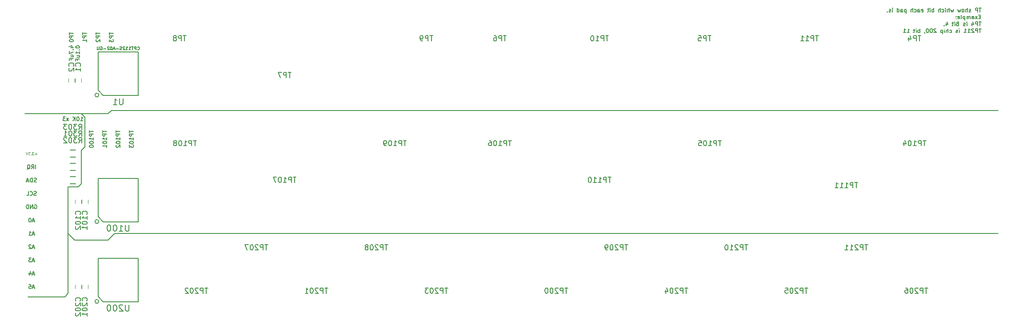
<source format=gbr>
G04 #@! TF.FileFunction,Legend,Bot*
%FSLAX46Y46*%
G04 Gerber Fmt 4.6, Leading zero omitted, Abs format (unit mm)*
G04 Created by KiCad (PCBNEW 4.0.4-stable) date 03/02/17 16:11:59*
%MOMM*%
%LPD*%
G01*
G04 APERTURE LIST*
%ADD10C,0.100000*%
%ADD11C,0.187500*%
%ADD12C,0.200000*%
%ADD13C,0.150000*%
%ADD14C,0.125000*%
%ADD15C,0.120000*%
G04 APERTURE END LIST*
D10*
D11*
X184713571Y63339464D02*
X184285000Y63339464D01*
X184499286Y62589464D02*
X184499286Y63339464D01*
X184035000Y62589464D02*
X184035000Y63339464D01*
X183749285Y63339464D01*
X183677857Y63303750D01*
X183642142Y63268036D01*
X183606428Y63196607D01*
X183606428Y63089464D01*
X183642142Y63018036D01*
X183677857Y62982321D01*
X183749285Y62946607D01*
X184035000Y62946607D01*
X182749285Y62625179D02*
X182677856Y62589464D01*
X182534999Y62589464D01*
X182463571Y62625179D01*
X182427856Y62696607D01*
X182427856Y62732321D01*
X182463571Y62803750D01*
X182534999Y62839464D01*
X182642142Y62839464D01*
X182713571Y62875179D01*
X182749285Y62946607D01*
X182749285Y62982321D01*
X182713571Y63053750D01*
X182642142Y63089464D01*
X182534999Y63089464D01*
X182463571Y63053750D01*
X182106428Y62589464D02*
X182106428Y63339464D01*
X181784999Y62589464D02*
X181784999Y62982321D01*
X181820713Y63053750D01*
X181892142Y63089464D01*
X181999285Y63089464D01*
X182070713Y63053750D01*
X182106428Y63018036D01*
X181320714Y62589464D02*
X181392142Y62625179D01*
X181427857Y62660893D01*
X181463571Y62732321D01*
X181463571Y62946607D01*
X181427857Y63018036D01*
X181392142Y63053750D01*
X181320714Y63089464D01*
X181213571Y63089464D01*
X181142142Y63053750D01*
X181106428Y63018036D01*
X181070714Y62946607D01*
X181070714Y62732321D01*
X181106428Y62660893D01*
X181142142Y62625179D01*
X181213571Y62589464D01*
X181320714Y62589464D01*
X180820714Y63089464D02*
X180677857Y62589464D01*
X180535000Y62946607D01*
X180392143Y62589464D01*
X180249286Y63089464D01*
X179463571Y63089464D02*
X179320714Y62589464D01*
X179177857Y62946607D01*
X179035000Y62589464D01*
X178892143Y63089464D01*
X178606429Y62589464D02*
X178606429Y63339464D01*
X178285000Y62589464D02*
X178285000Y62982321D01*
X178320714Y63053750D01*
X178392143Y63089464D01*
X178499286Y63089464D01*
X178570714Y63053750D01*
X178606429Y63018036D01*
X177927858Y62589464D02*
X177927858Y63089464D01*
X177927858Y63339464D02*
X177963572Y63303750D01*
X177927858Y63268036D01*
X177892143Y63303750D01*
X177927858Y63339464D01*
X177927858Y63268036D01*
X177249286Y62625179D02*
X177320715Y62589464D01*
X177463572Y62589464D01*
X177535000Y62625179D01*
X177570715Y62660893D01*
X177606429Y62732321D01*
X177606429Y62946607D01*
X177570715Y63018036D01*
X177535000Y63053750D01*
X177463572Y63089464D01*
X177320715Y63089464D01*
X177249286Y63053750D01*
X176927858Y62589464D02*
X176927858Y63339464D01*
X176606429Y62589464D02*
X176606429Y62982321D01*
X176642143Y63053750D01*
X176713572Y63089464D01*
X176820715Y63089464D01*
X176892143Y63053750D01*
X176927858Y63018036D01*
X175677858Y62589464D02*
X175677858Y63339464D01*
X175677858Y63053750D02*
X175606429Y63089464D01*
X175463572Y63089464D01*
X175392143Y63053750D01*
X175356429Y63018036D01*
X175320715Y62946607D01*
X175320715Y62732321D01*
X175356429Y62660893D01*
X175392143Y62625179D01*
X175463572Y62589464D01*
X175606429Y62589464D01*
X175677858Y62625179D01*
X174999287Y62589464D02*
X174999287Y63089464D01*
X174999287Y63339464D02*
X175035001Y63303750D01*
X174999287Y63268036D01*
X174963572Y63303750D01*
X174999287Y63339464D01*
X174999287Y63268036D01*
X174749286Y63089464D02*
X174463572Y63089464D01*
X174642144Y63339464D02*
X174642144Y62696607D01*
X174606429Y62625179D01*
X174535001Y62589464D01*
X174463572Y62589464D01*
X173356429Y62625179D02*
X173427858Y62589464D01*
X173570715Y62589464D01*
X173642144Y62625179D01*
X173677858Y62696607D01*
X173677858Y62982321D01*
X173642144Y63053750D01*
X173570715Y63089464D01*
X173427858Y63089464D01*
X173356429Y63053750D01*
X173320715Y62982321D01*
X173320715Y62910893D01*
X173677858Y62839464D01*
X172677858Y62589464D02*
X172677858Y62982321D01*
X172713572Y63053750D01*
X172785001Y63089464D01*
X172927858Y63089464D01*
X172999287Y63053750D01*
X172677858Y62625179D02*
X172749287Y62589464D01*
X172927858Y62589464D01*
X172999287Y62625179D01*
X173035001Y62696607D01*
X173035001Y62768036D01*
X172999287Y62839464D01*
X172927858Y62875179D01*
X172749287Y62875179D01*
X172677858Y62910893D01*
X171999287Y62625179D02*
X172070716Y62589464D01*
X172213573Y62589464D01*
X172285001Y62625179D01*
X172320716Y62660893D01*
X172356430Y62732321D01*
X172356430Y62946607D01*
X172320716Y63018036D01*
X172285001Y63053750D01*
X172213573Y63089464D01*
X172070716Y63089464D01*
X171999287Y63053750D01*
X171677859Y62589464D02*
X171677859Y63339464D01*
X171356430Y62589464D02*
X171356430Y62982321D01*
X171392144Y63053750D01*
X171463573Y63089464D01*
X171570716Y63089464D01*
X171642144Y63053750D01*
X171677859Y63018036D01*
X170427859Y63089464D02*
X170427859Y62339464D01*
X170427859Y63053750D02*
X170356430Y63089464D01*
X170213573Y63089464D01*
X170142144Y63053750D01*
X170106430Y63018036D01*
X170070716Y62946607D01*
X170070716Y62732321D01*
X170106430Y62660893D01*
X170142144Y62625179D01*
X170213573Y62589464D01*
X170356430Y62589464D01*
X170427859Y62625179D01*
X169427859Y62589464D02*
X169427859Y62982321D01*
X169463573Y63053750D01*
X169535002Y63089464D01*
X169677859Y63089464D01*
X169749288Y63053750D01*
X169427859Y62625179D02*
X169499288Y62589464D01*
X169677859Y62589464D01*
X169749288Y62625179D01*
X169785002Y62696607D01*
X169785002Y62768036D01*
X169749288Y62839464D01*
X169677859Y62875179D01*
X169499288Y62875179D01*
X169427859Y62910893D01*
X168749288Y62589464D02*
X168749288Y63339464D01*
X168749288Y62625179D02*
X168820717Y62589464D01*
X168963574Y62589464D01*
X169035002Y62625179D01*
X169070717Y62660893D01*
X169106431Y62732321D01*
X169106431Y62946607D01*
X169070717Y63018036D01*
X169035002Y63053750D01*
X168963574Y63089464D01*
X168820717Y63089464D01*
X168749288Y63053750D01*
X167820717Y62589464D02*
X167820717Y63089464D01*
X167820717Y63339464D02*
X167856431Y63303750D01*
X167820717Y63268036D01*
X167785002Y63303750D01*
X167820717Y63339464D01*
X167820717Y63268036D01*
X167499288Y62625179D02*
X167427859Y62589464D01*
X167285002Y62589464D01*
X167213574Y62625179D01*
X167177859Y62696607D01*
X167177859Y62732321D01*
X167213574Y62803750D01*
X167285002Y62839464D01*
X167392145Y62839464D01*
X167463574Y62875179D01*
X167499288Y62946607D01*
X167499288Y62982321D01*
X167463574Y63053750D01*
X167392145Y63089464D01*
X167285002Y63089464D01*
X167213574Y63053750D01*
X166856431Y62660893D02*
X166820716Y62625179D01*
X166856431Y62589464D01*
X166892145Y62625179D01*
X166856431Y62660893D01*
X166856431Y62589464D01*
X184606429Y61669821D02*
X184356429Y61669821D01*
X184249286Y61276964D02*
X184606429Y61276964D01*
X184606429Y62026964D01*
X184249286Y62026964D01*
X183999286Y61276964D02*
X183606429Y61776964D01*
X183999286Y61776964D02*
X183606429Y61276964D01*
X182999286Y61276964D02*
X182999286Y61669821D01*
X183035000Y61741250D01*
X183106429Y61776964D01*
X183249286Y61776964D01*
X183320715Y61741250D01*
X182999286Y61312679D02*
X183070715Y61276964D01*
X183249286Y61276964D01*
X183320715Y61312679D01*
X183356429Y61384107D01*
X183356429Y61455536D01*
X183320715Y61526964D01*
X183249286Y61562679D01*
X183070715Y61562679D01*
X182999286Y61598393D01*
X182642144Y61276964D02*
X182642144Y61776964D01*
X182642144Y61705536D02*
X182606429Y61741250D01*
X182535001Y61776964D01*
X182427858Y61776964D01*
X182356429Y61741250D01*
X182320715Y61669821D01*
X182320715Y61276964D01*
X182320715Y61669821D02*
X182285001Y61741250D01*
X182213572Y61776964D01*
X182106429Y61776964D01*
X182035001Y61741250D01*
X181999286Y61669821D01*
X181999286Y61276964D01*
X181642144Y61776964D02*
X181642144Y61026964D01*
X181642144Y61741250D02*
X181570715Y61776964D01*
X181427858Y61776964D01*
X181356429Y61741250D01*
X181320715Y61705536D01*
X181285001Y61634107D01*
X181285001Y61419821D01*
X181320715Y61348393D01*
X181356429Y61312679D01*
X181427858Y61276964D01*
X181570715Y61276964D01*
X181642144Y61312679D01*
X180856430Y61276964D02*
X180927858Y61312679D01*
X180963573Y61384107D01*
X180963573Y62026964D01*
X180285001Y61312679D02*
X180356430Y61276964D01*
X180499287Y61276964D01*
X180570716Y61312679D01*
X180606430Y61384107D01*
X180606430Y61669821D01*
X180570716Y61741250D01*
X180499287Y61776964D01*
X180356430Y61776964D01*
X180285001Y61741250D01*
X180249287Y61669821D01*
X180249287Y61598393D01*
X180606430Y61526964D01*
X179927859Y61348393D02*
X179892144Y61312679D01*
X179927859Y61276964D01*
X179963573Y61312679D01*
X179927859Y61348393D01*
X179927859Y61276964D01*
X179927859Y61741250D02*
X179892144Y61705536D01*
X179927859Y61669821D01*
X179963573Y61705536D01*
X179927859Y61741250D01*
X179927859Y61669821D01*
X184713571Y60714464D02*
X184285000Y60714464D01*
X184499286Y59964464D02*
X184499286Y60714464D01*
X184035000Y59964464D02*
X184035000Y60714464D01*
X183749285Y60714464D01*
X183677857Y60678750D01*
X183642142Y60643036D01*
X183606428Y60571607D01*
X183606428Y60464464D01*
X183642142Y60393036D01*
X183677857Y60357321D01*
X183749285Y60321607D01*
X184035000Y60321607D01*
X182963571Y60464464D02*
X182963571Y59964464D01*
X183142142Y60750179D02*
X183320714Y60214464D01*
X182856428Y60214464D01*
X181999285Y59964464D02*
X181999285Y60464464D01*
X181999285Y60714464D02*
X182034999Y60678750D01*
X181999285Y60643036D01*
X181963570Y60678750D01*
X181999285Y60714464D01*
X181999285Y60643036D01*
X181677856Y60000179D02*
X181606427Y59964464D01*
X181463570Y59964464D01*
X181392142Y60000179D01*
X181356427Y60071607D01*
X181356427Y60107321D01*
X181392142Y60178750D01*
X181463570Y60214464D01*
X181570713Y60214464D01*
X181642142Y60250179D01*
X181677856Y60321607D01*
X181677856Y60357321D01*
X181642142Y60428750D01*
X181570713Y60464464D01*
X181463570Y60464464D01*
X181392142Y60428750D01*
X180213570Y60357321D02*
X180106427Y60321607D01*
X180070712Y60285893D01*
X180034998Y60214464D01*
X180034998Y60107321D01*
X180070712Y60035893D01*
X180106427Y60000179D01*
X180177855Y59964464D01*
X180463570Y59964464D01*
X180463570Y60714464D01*
X180213570Y60714464D01*
X180142141Y60678750D01*
X180106427Y60643036D01*
X180070712Y60571607D01*
X180070712Y60500179D01*
X180106427Y60428750D01*
X180142141Y60393036D01*
X180213570Y60357321D01*
X180463570Y60357321D01*
X179713570Y59964464D02*
X179713570Y60464464D01*
X179713570Y60714464D02*
X179749284Y60678750D01*
X179713570Y60643036D01*
X179677855Y60678750D01*
X179713570Y60714464D01*
X179713570Y60643036D01*
X179463569Y60464464D02*
X179177855Y60464464D01*
X179356427Y60714464D02*
X179356427Y60071607D01*
X179320712Y60000179D01*
X179249284Y59964464D01*
X179177855Y59964464D01*
X178034998Y60464464D02*
X178034998Y59964464D01*
X178213569Y60750179D02*
X178392141Y60214464D01*
X177927855Y60214464D01*
X177642141Y60035893D02*
X177606426Y60000179D01*
X177642141Y59964464D01*
X177677855Y60000179D01*
X177642141Y60035893D01*
X177642141Y59964464D01*
X184713571Y59401964D02*
X184285000Y59401964D01*
X184499286Y58651964D02*
X184499286Y59401964D01*
X184035000Y58651964D02*
X184035000Y59401964D01*
X183749285Y59401964D01*
X183677857Y59366250D01*
X183642142Y59330536D01*
X183606428Y59259107D01*
X183606428Y59151964D01*
X183642142Y59080536D01*
X183677857Y59044821D01*
X183749285Y59009107D01*
X184035000Y59009107D01*
X183320714Y59330536D02*
X183285000Y59366250D01*
X183213571Y59401964D01*
X183035000Y59401964D01*
X182963571Y59366250D01*
X182927857Y59330536D01*
X182892142Y59259107D01*
X182892142Y59187679D01*
X182927857Y59080536D01*
X183356428Y58651964D01*
X182892142Y58651964D01*
X182177856Y58651964D02*
X182606428Y58651964D01*
X182392142Y58651964D02*
X182392142Y59401964D01*
X182463571Y59294821D01*
X182534999Y59223393D01*
X182606428Y59187679D01*
X181463570Y58651964D02*
X181892142Y58651964D01*
X181677856Y58651964D02*
X181677856Y59401964D01*
X181749285Y59294821D01*
X181820713Y59223393D01*
X181892142Y59187679D01*
X180570713Y58651964D02*
X180570713Y59151964D01*
X180570713Y59401964D02*
X180606427Y59366250D01*
X180570713Y59330536D01*
X180534998Y59366250D01*
X180570713Y59401964D01*
X180570713Y59330536D01*
X180249284Y58687679D02*
X180177855Y58651964D01*
X180034998Y58651964D01*
X179963570Y58687679D01*
X179927855Y58759107D01*
X179927855Y58794821D01*
X179963570Y58866250D01*
X180034998Y58901964D01*
X180142141Y58901964D01*
X180213570Y58937679D01*
X180249284Y59009107D01*
X180249284Y59044821D01*
X180213570Y59116250D01*
X180142141Y59151964D01*
X180034998Y59151964D01*
X179963570Y59116250D01*
X178713569Y58687679D02*
X178784998Y58651964D01*
X178927855Y58651964D01*
X178999283Y58687679D01*
X179034998Y58723393D01*
X179070712Y58794821D01*
X179070712Y59009107D01*
X179034998Y59080536D01*
X178999283Y59116250D01*
X178927855Y59151964D01*
X178784998Y59151964D01*
X178713569Y59116250D01*
X178392141Y58651964D02*
X178392141Y59401964D01*
X178070712Y58651964D02*
X178070712Y59044821D01*
X178106426Y59116250D01*
X178177855Y59151964D01*
X178284998Y59151964D01*
X178356426Y59116250D01*
X178392141Y59080536D01*
X177713570Y58651964D02*
X177713570Y59151964D01*
X177713570Y59401964D02*
X177749284Y59366250D01*
X177713570Y59330536D01*
X177677855Y59366250D01*
X177713570Y59401964D01*
X177713570Y59330536D01*
X177356427Y59151964D02*
X177356427Y58401964D01*
X177356427Y59116250D02*
X177284998Y59151964D01*
X177142141Y59151964D01*
X177070712Y59116250D01*
X177034998Y59080536D01*
X176999284Y59009107D01*
X176999284Y58794821D01*
X177034998Y58723393D01*
X177070712Y58687679D01*
X177142141Y58651964D01*
X177284998Y58651964D01*
X177356427Y58687679D01*
X176142141Y59330536D02*
X176106427Y59366250D01*
X176034998Y59401964D01*
X175856427Y59401964D01*
X175784998Y59366250D01*
X175749284Y59330536D01*
X175713569Y59259107D01*
X175713569Y59187679D01*
X175749284Y59080536D01*
X176177855Y58651964D01*
X175713569Y58651964D01*
X175249283Y59401964D02*
X175177855Y59401964D01*
X175106426Y59366250D01*
X175070712Y59330536D01*
X175034998Y59259107D01*
X174999283Y59116250D01*
X174999283Y58937679D01*
X175034998Y58794821D01*
X175070712Y58723393D01*
X175106426Y58687679D01*
X175177855Y58651964D01*
X175249283Y58651964D01*
X175320712Y58687679D01*
X175356426Y58723393D01*
X175392141Y58794821D01*
X175427855Y58937679D01*
X175427855Y59116250D01*
X175392141Y59259107D01*
X175356426Y59330536D01*
X175320712Y59366250D01*
X175249283Y59401964D01*
X174534997Y59401964D02*
X174463569Y59401964D01*
X174392140Y59366250D01*
X174356426Y59330536D01*
X174320712Y59259107D01*
X174284997Y59116250D01*
X174284997Y58937679D01*
X174320712Y58794821D01*
X174356426Y58723393D01*
X174392140Y58687679D01*
X174463569Y58651964D01*
X174534997Y58651964D01*
X174606426Y58687679D01*
X174642140Y58723393D01*
X174677855Y58794821D01*
X174713569Y58937679D01*
X174713569Y59116250D01*
X174677855Y59259107D01*
X174642140Y59330536D01*
X174606426Y59366250D01*
X174534997Y59401964D01*
X173927854Y58687679D02*
X173927854Y58651964D01*
X173963569Y58580536D01*
X173999283Y58544821D01*
X173034997Y58651964D02*
X173034997Y59401964D01*
X173034997Y59116250D02*
X172963568Y59151964D01*
X172820711Y59151964D01*
X172749282Y59116250D01*
X172713568Y59080536D01*
X172677854Y59009107D01*
X172677854Y58794821D01*
X172713568Y58723393D01*
X172749282Y58687679D01*
X172820711Y58651964D01*
X172963568Y58651964D01*
X173034997Y58687679D01*
X172356426Y58651964D02*
X172356426Y59151964D01*
X172356426Y59401964D02*
X172392140Y59366250D01*
X172356426Y59330536D01*
X172320711Y59366250D01*
X172356426Y59401964D01*
X172356426Y59330536D01*
X172106425Y59151964D02*
X171820711Y59151964D01*
X171999283Y59401964D02*
X171999283Y58759107D01*
X171963568Y58687679D01*
X171892140Y58651964D01*
X171820711Y58651964D01*
X170606425Y58651964D02*
X171034997Y58651964D01*
X170820711Y58651964D02*
X170820711Y59401964D01*
X170892140Y59294821D01*
X170963568Y59223393D01*
X171034997Y59187679D01*
X169892139Y58651964D02*
X170320711Y58651964D01*
X170106425Y58651964D02*
X170106425Y59401964D01*
X170177854Y59294821D01*
X170249282Y59223393D01*
X170320711Y59187679D01*
D12*
X10160000Y8255000D02*
X3175000Y8255000D01*
X10795000Y8890000D02*
X10160000Y8255000D01*
X10795000Y20320000D02*
X10795000Y8890000D01*
X9525000Y43180000D02*
X2540000Y43180000D01*
X13335000Y43180000D02*
X9525000Y43180000D01*
X18415000Y43180000D02*
X13335000Y43180000D01*
X19050000Y43815000D02*
X18415000Y43180000D01*
X25400000Y43815000D02*
X19050000Y43815000D01*
X13335000Y43180000D02*
X9525000Y43180000D01*
X13970000Y42545000D02*
X13335000Y43180000D01*
X13970000Y36830000D02*
X13970000Y42545000D01*
X13335000Y36195000D02*
X13970000Y36830000D01*
X13335000Y29845000D02*
X13335000Y36195000D01*
X12700000Y29210000D02*
X13335000Y29845000D01*
X10795000Y29210000D02*
X12700000Y29210000D01*
X10795000Y20320000D02*
X10795000Y29210000D01*
X12065000Y19050000D02*
X10795000Y20320000D01*
X18415000Y19050000D02*
X12065000Y19050000D01*
X19685000Y20320000D02*
X18415000Y19050000D01*
X25400000Y20320000D02*
X19685000Y20320000D01*
D11*
X13148286Y41824714D02*
X13576858Y41824714D01*
X13362572Y41824714D02*
X13362572Y42574714D01*
X13434001Y42467571D01*
X13505429Y42396143D01*
X13576858Y42360429D01*
X12684000Y42574714D02*
X12612572Y42574714D01*
X12541143Y42539000D01*
X12505429Y42503286D01*
X12469715Y42431857D01*
X12434000Y42289000D01*
X12434000Y42110429D01*
X12469715Y41967571D01*
X12505429Y41896143D01*
X12541143Y41860429D01*
X12612572Y41824714D01*
X12684000Y41824714D01*
X12755429Y41860429D01*
X12791143Y41896143D01*
X12826858Y41967571D01*
X12862572Y42110429D01*
X12862572Y42289000D01*
X12826858Y42431857D01*
X12791143Y42503286D01*
X12755429Y42539000D01*
X12684000Y42574714D01*
X12112572Y41824714D02*
X12112572Y42574714D01*
X11684000Y41824714D02*
X12005429Y42253286D01*
X11684000Y42574714D02*
X12112572Y42146143D01*
X10862571Y41824714D02*
X10469714Y42324714D01*
X10862571Y42324714D02*
X10469714Y41824714D01*
X10255428Y42574714D02*
X9791142Y42574714D01*
X10041142Y42289000D01*
X9934000Y42289000D01*
X9862571Y42253286D01*
X9826857Y42217571D01*
X9791142Y42146143D01*
X9791142Y41967571D01*
X9826857Y41896143D01*
X9862571Y41860429D01*
X9934000Y41824714D01*
X10148285Y41824714D01*
X10219714Y41860429D01*
X10255428Y41896143D01*
D13*
X23991430Y55411714D02*
X24020001Y55383143D01*
X24105715Y55354571D01*
X24162858Y55354571D01*
X24248573Y55383143D01*
X24305715Y55440286D01*
X24334287Y55497429D01*
X24362858Y55611714D01*
X24362858Y55697429D01*
X24334287Y55811714D01*
X24305715Y55868857D01*
X24248573Y55926000D01*
X24162858Y55954571D01*
X24105715Y55954571D01*
X24020001Y55926000D01*
X23991430Y55897429D01*
X23734287Y55354571D02*
X23734287Y55954571D01*
X23505715Y55954571D01*
X23448573Y55926000D01*
X23420001Y55897429D01*
X23391430Y55840286D01*
X23391430Y55754571D01*
X23420001Y55697429D01*
X23448573Y55668857D01*
X23505715Y55640286D01*
X23734287Y55640286D01*
X23220001Y55954571D02*
X22877144Y55954571D01*
X23048573Y55354571D02*
X23048573Y55954571D01*
X22362858Y55354571D02*
X22705715Y55354571D01*
X22534287Y55354571D02*
X22534287Y55954571D01*
X22591430Y55868857D01*
X22648572Y55811714D01*
X22705715Y55783143D01*
X21791429Y55354571D02*
X22134286Y55354571D01*
X21962858Y55354571D02*
X21962858Y55954571D01*
X22020001Y55868857D01*
X22077143Y55811714D01*
X22134286Y55783143D01*
X21562857Y55897429D02*
X21534286Y55926000D01*
X21477143Y55954571D01*
X21334286Y55954571D01*
X21277143Y55926000D01*
X21248572Y55897429D01*
X21220000Y55840286D01*
X21220000Y55783143D01*
X21248572Y55697429D01*
X21591429Y55354571D01*
X21220000Y55354571D01*
X20991428Y55383143D02*
X20905714Y55354571D01*
X20762857Y55354571D01*
X20705714Y55383143D01*
X20677143Y55411714D01*
X20648571Y55468857D01*
X20648571Y55526000D01*
X20677143Y55583143D01*
X20705714Y55611714D01*
X20762857Y55640286D01*
X20877143Y55668857D01*
X20934285Y55697429D01*
X20962857Y55726000D01*
X20991428Y55783143D01*
X20991428Y55840286D01*
X20962857Y55897429D01*
X20934285Y55926000D01*
X20877143Y55954571D01*
X20734285Y55954571D01*
X20648571Y55926000D01*
X20391428Y55583143D02*
X19934285Y55583143D01*
X19677142Y55526000D02*
X19391428Y55526000D01*
X19734285Y55354571D02*
X19534285Y55954571D01*
X19334285Y55354571D01*
X19019999Y55954571D02*
X18962856Y55954571D01*
X18905713Y55926000D01*
X18877142Y55897429D01*
X18848571Y55840286D01*
X18819999Y55726000D01*
X18819999Y55583143D01*
X18848571Y55468857D01*
X18877142Y55411714D01*
X18905713Y55383143D01*
X18962856Y55354571D01*
X19019999Y55354571D01*
X19077142Y55383143D01*
X19105713Y55411714D01*
X19134285Y55468857D01*
X19162856Y55583143D01*
X19162856Y55726000D01*
X19134285Y55840286D01*
X19105713Y55897429D01*
X19077142Y55926000D01*
X19019999Y55954571D01*
X18591427Y55897429D02*
X18562856Y55926000D01*
X18505713Y55954571D01*
X18362856Y55954571D01*
X18305713Y55926000D01*
X18277142Y55897429D01*
X18248570Y55840286D01*
X18248570Y55783143D01*
X18277142Y55697429D01*
X18619999Y55354571D01*
X18248570Y55354571D01*
X17991427Y55583143D02*
X17534284Y55583143D01*
X16934284Y55926000D02*
X16991427Y55954571D01*
X17077141Y55954571D01*
X17162856Y55926000D01*
X17219998Y55868857D01*
X17248570Y55811714D01*
X17277141Y55697429D01*
X17277141Y55611714D01*
X17248570Y55497429D01*
X17219998Y55440286D01*
X17162856Y55383143D01*
X17077141Y55354571D01*
X17019998Y55354571D01*
X16934284Y55383143D01*
X16905713Y55411714D01*
X16905713Y55611714D01*
X17019998Y55611714D01*
X16648570Y55954571D02*
X16648570Y55468857D01*
X16619998Y55411714D01*
X16591427Y55383143D01*
X16534284Y55354571D01*
X16419998Y55354571D01*
X16362856Y55383143D01*
X16334284Y55411714D01*
X16305713Y55468857D01*
X16305713Y55954571D01*
D11*
X11243886Y55815971D02*
X11743886Y55815971D01*
X10958171Y55994542D02*
X11493886Y56173114D01*
X11493886Y55708828D01*
X11672457Y55423114D02*
X11708171Y55387399D01*
X11743886Y55423114D01*
X11708171Y55458828D01*
X11672457Y55423114D01*
X11743886Y55423114D01*
X10993886Y55137399D02*
X10993886Y54637399D01*
X11743886Y54958828D01*
X11243886Y54030256D02*
X11743886Y54030256D01*
X11243886Y54351685D02*
X11636743Y54351685D01*
X11708171Y54315970D01*
X11743886Y54244542D01*
X11743886Y54137399D01*
X11708171Y54065970D01*
X11672457Y54030256D01*
X11351029Y53423114D02*
X11351029Y53673114D01*
X11743886Y53673114D02*
X10993886Y53673114D01*
X10993886Y53315971D01*
D14*
X4809999Y35524286D02*
X4429047Y35524286D01*
X4619523Y35333810D02*
X4619523Y35714762D01*
X4238570Y35833810D02*
X3929047Y35833810D01*
X4095713Y35643333D01*
X4024285Y35643333D01*
X3976666Y35619524D01*
X3952856Y35595714D01*
X3929047Y35548095D01*
X3929047Y35429048D01*
X3952856Y35381429D01*
X3976666Y35357619D01*
X4024285Y35333810D01*
X4167142Y35333810D01*
X4214761Y35357619D01*
X4238570Y35381429D01*
X3714761Y35381429D02*
X3690952Y35357619D01*
X3714761Y35333810D01*
X3738571Y35357619D01*
X3714761Y35381429D01*
X3714761Y35333810D01*
X3524285Y35833810D02*
X3214762Y35833810D01*
X3381428Y35643333D01*
X3310000Y35643333D01*
X3262381Y35619524D01*
X3238571Y35595714D01*
X3214762Y35548095D01*
X3214762Y35429048D01*
X3238571Y35381429D01*
X3262381Y35357619D01*
X3310000Y35333810D01*
X3452857Y35333810D01*
X3500476Y35357619D01*
X3524285Y35381429D01*
X3071905Y35833810D02*
X2905238Y35333810D01*
X2738572Y35833810D01*
D11*
X4577857Y32680714D02*
X4577857Y33430714D01*
X3792142Y32680714D02*
X4042142Y33037857D01*
X4220714Y32680714D02*
X4220714Y33430714D01*
X3934999Y33430714D01*
X3863571Y33395000D01*
X3827856Y33359286D01*
X3792142Y33287857D01*
X3792142Y33180714D01*
X3827856Y33109286D01*
X3863571Y33073571D01*
X3934999Y33037857D01*
X4220714Y33037857D01*
X2970714Y32609286D02*
X3042142Y32645000D01*
X3113571Y32716429D01*
X3220714Y32823571D01*
X3292142Y32859286D01*
X3363571Y32859286D01*
X3327856Y32680714D02*
X3399285Y32716429D01*
X3470714Y32787857D01*
X3506428Y32930714D01*
X3506428Y33180714D01*
X3470714Y33323571D01*
X3399285Y33395000D01*
X3327856Y33430714D01*
X3184999Y33430714D01*
X3113571Y33395000D01*
X3042142Y33323571D01*
X3006428Y33180714D01*
X3006428Y32930714D01*
X3042142Y32787857D01*
X3113571Y32716429D01*
X3184999Y32680714D01*
X3327856Y32680714D01*
X4720714Y30176429D02*
X4613571Y30140714D01*
X4435000Y30140714D01*
X4363571Y30176429D01*
X4327857Y30212143D01*
X4292142Y30283571D01*
X4292142Y30355000D01*
X4327857Y30426429D01*
X4363571Y30462143D01*
X4435000Y30497857D01*
X4577857Y30533571D01*
X4649285Y30569286D01*
X4685000Y30605000D01*
X4720714Y30676429D01*
X4720714Y30747857D01*
X4685000Y30819286D01*
X4649285Y30855000D01*
X4577857Y30890714D01*
X4399285Y30890714D01*
X4292142Y30855000D01*
X3970714Y30140714D02*
X3970714Y30890714D01*
X3792142Y30890714D01*
X3684999Y30855000D01*
X3613571Y30783571D01*
X3577856Y30712143D01*
X3542142Y30569286D01*
X3542142Y30462143D01*
X3577856Y30319286D01*
X3613571Y30247857D01*
X3684999Y30176429D01*
X3792142Y30140714D01*
X3970714Y30140714D01*
X3256428Y30355000D02*
X2899285Y30355000D01*
X3327856Y30140714D02*
X3077856Y30890714D01*
X2827856Y30140714D01*
X4702857Y27636429D02*
X4595714Y27600714D01*
X4417143Y27600714D01*
X4345714Y27636429D01*
X4310000Y27672143D01*
X4274285Y27743571D01*
X4274285Y27815000D01*
X4310000Y27886429D01*
X4345714Y27922143D01*
X4417143Y27957857D01*
X4560000Y27993571D01*
X4631428Y28029286D01*
X4667143Y28065000D01*
X4702857Y28136429D01*
X4702857Y28207857D01*
X4667143Y28279286D01*
X4631428Y28315000D01*
X4560000Y28350714D01*
X4381428Y28350714D01*
X4274285Y28315000D01*
X3524285Y27672143D02*
X3559999Y27636429D01*
X3667142Y27600714D01*
X3738571Y27600714D01*
X3845714Y27636429D01*
X3917142Y27707857D01*
X3952857Y27779286D01*
X3988571Y27922143D01*
X3988571Y28029286D01*
X3952857Y28172143D01*
X3917142Y28243571D01*
X3845714Y28315000D01*
X3738571Y28350714D01*
X3667142Y28350714D01*
X3559999Y28315000D01*
X3524285Y28279286D01*
X2845714Y27600714D02*
X3202857Y27600714D01*
X3202857Y28350714D01*
X4381428Y25775000D02*
X4452857Y25810714D01*
X4560000Y25810714D01*
X4667143Y25775000D01*
X4738571Y25703571D01*
X4774286Y25632143D01*
X4810000Y25489286D01*
X4810000Y25382143D01*
X4774286Y25239286D01*
X4738571Y25167857D01*
X4667143Y25096429D01*
X4560000Y25060714D01*
X4488571Y25060714D01*
X4381428Y25096429D01*
X4345714Y25132143D01*
X4345714Y25382143D01*
X4488571Y25382143D01*
X4024286Y25060714D02*
X4024286Y25810714D01*
X3595714Y25060714D01*
X3595714Y25810714D01*
X3238572Y25060714D02*
X3238572Y25810714D01*
X3060000Y25810714D01*
X2952857Y25775000D01*
X2881429Y25703571D01*
X2845714Y25632143D01*
X2810000Y25489286D01*
X2810000Y25382143D01*
X2845714Y25239286D01*
X2881429Y25167857D01*
X2952857Y25096429D01*
X3060000Y25060714D01*
X3238572Y25060714D01*
X4345714Y22735000D02*
X3988571Y22735000D01*
X4417142Y22520714D02*
X4167142Y23270714D01*
X3917142Y22520714D01*
X3524285Y23270714D02*
X3452857Y23270714D01*
X3381428Y23235000D01*
X3345714Y23199286D01*
X3310000Y23127857D01*
X3274285Y22985000D01*
X3274285Y22806429D01*
X3310000Y22663571D01*
X3345714Y22592143D01*
X3381428Y22556429D01*
X3452857Y22520714D01*
X3524285Y22520714D01*
X3595714Y22556429D01*
X3631428Y22592143D01*
X3667143Y22663571D01*
X3702857Y22806429D01*
X3702857Y22985000D01*
X3667143Y23127857D01*
X3631428Y23199286D01*
X3595714Y23235000D01*
X3524285Y23270714D01*
X4345714Y20195000D02*
X3988571Y20195000D01*
X4417142Y19980714D02*
X4167142Y20730714D01*
X3917142Y19980714D01*
X3274285Y19980714D02*
X3702857Y19980714D01*
X3488571Y19980714D02*
X3488571Y20730714D01*
X3560000Y20623571D01*
X3631428Y20552143D01*
X3702857Y20516429D01*
X4345714Y17655000D02*
X3988571Y17655000D01*
X4417142Y17440714D02*
X4167142Y18190714D01*
X3917142Y17440714D01*
X3702857Y18119286D02*
X3667143Y18155000D01*
X3595714Y18190714D01*
X3417143Y18190714D01*
X3345714Y18155000D01*
X3310000Y18119286D01*
X3274285Y18047857D01*
X3274285Y17976429D01*
X3310000Y17869286D01*
X3738571Y17440714D01*
X3274285Y17440714D01*
X4345714Y15115000D02*
X3988571Y15115000D01*
X4417142Y14900714D02*
X4167142Y15650714D01*
X3917142Y14900714D01*
X3738571Y15650714D02*
X3274285Y15650714D01*
X3524285Y15365000D01*
X3417143Y15365000D01*
X3345714Y15329286D01*
X3310000Y15293571D01*
X3274285Y15222143D01*
X3274285Y15043571D01*
X3310000Y14972143D01*
X3345714Y14936429D01*
X3417143Y14900714D01*
X3631428Y14900714D01*
X3702857Y14936429D01*
X3738571Y14972143D01*
X4345714Y12575000D02*
X3988571Y12575000D01*
X4417142Y12360714D02*
X4167142Y13110714D01*
X3917142Y12360714D01*
X3345714Y12860714D02*
X3345714Y12360714D01*
X3524285Y13146429D02*
X3702857Y12610714D01*
X3238571Y12610714D01*
X4345714Y10035000D02*
X3988571Y10035000D01*
X4417142Y9820714D02*
X4167142Y10570714D01*
X3917142Y9820714D01*
X3310000Y10570714D02*
X3667143Y10570714D01*
X3702857Y10213571D01*
X3667143Y10249286D01*
X3595714Y10285000D01*
X3417143Y10285000D01*
X3345714Y10249286D01*
X3310000Y10213571D01*
X3274285Y10142143D01*
X3274285Y9963571D01*
X3310000Y9892143D01*
X3345714Y9856429D01*
X3417143Y9820714D01*
X3595714Y9820714D01*
X3667143Y9856429D01*
X3702857Y9892143D01*
D12*
X25400000Y43815000D02*
X187960000Y43815000D01*
X25400000Y20320000D02*
X187960000Y20320000D01*
D11*
X12213086Y55943742D02*
X12213086Y55872314D01*
X12248800Y55800885D01*
X12284514Y55765171D01*
X12355943Y55729457D01*
X12498800Y55693742D01*
X12677371Y55693742D01*
X12820229Y55729457D01*
X12891657Y55765171D01*
X12927371Y55800885D01*
X12963086Y55872314D01*
X12963086Y55943742D01*
X12927371Y56015171D01*
X12891657Y56050885D01*
X12820229Y56086600D01*
X12677371Y56122314D01*
X12498800Y56122314D01*
X12355943Y56086600D01*
X12284514Y56050885D01*
X12248800Y56015171D01*
X12213086Y55943742D01*
X12891657Y55372314D02*
X12927371Y55336599D01*
X12963086Y55372314D01*
X12927371Y55408028D01*
X12891657Y55372314D01*
X12963086Y55372314D01*
X12963086Y54622313D02*
X12963086Y55050885D01*
X12963086Y54836599D02*
X12213086Y54836599D01*
X12320229Y54908028D01*
X12391657Y54979456D01*
X12427371Y55050885D01*
X12463086Y53979456D02*
X12963086Y53979456D01*
X12463086Y54300885D02*
X12855943Y54300885D01*
X12927371Y54265170D01*
X12963086Y54193742D01*
X12963086Y54086599D01*
X12927371Y54015170D01*
X12891657Y53979456D01*
X12570229Y53372314D02*
X12570229Y53622314D01*
X12963086Y53622314D02*
X12213086Y53622314D01*
X12213086Y53265171D01*
D13*
X16615210Y7366000D02*
G75*
G03X16615210Y7366000I-359210J0D01*
G01*
X17470000Y7287500D02*
X16470000Y8287500D01*
X24170000Y7287500D02*
X17470000Y7287500D01*
X16470000Y8287500D02*
X16470000Y15572500D01*
X16470000Y15572500D02*
X24170000Y15572500D01*
X24170000Y15572500D02*
X24170000Y7287500D01*
D15*
X12100000Y49880000D02*
X12100000Y49180000D01*
X13300000Y49180000D02*
X13300000Y49880000D01*
X10830000Y49880000D02*
X10830000Y49180000D01*
X12030000Y49180000D02*
X12030000Y49880000D01*
X13370000Y26766000D02*
X13370000Y26066000D01*
X14570000Y26066000D02*
X14570000Y26766000D01*
X12100000Y26766000D02*
X12100000Y26066000D01*
X13300000Y26066000D02*
X13300000Y26766000D01*
X13370000Y10510000D02*
X13370000Y9810000D01*
X14570000Y9810000D02*
X14570000Y10510000D01*
X12100000Y10510000D02*
X12100000Y9810000D01*
X13300000Y9810000D02*
X13300000Y10510000D01*
D13*
X11196000Y32345000D02*
X12196000Y32345000D01*
X12196000Y33695000D02*
X11196000Y33695000D01*
X11184000Y29805000D02*
X12184000Y29805000D01*
X12184000Y31155000D02*
X11184000Y31155000D01*
X11184000Y34885000D02*
X12184000Y34885000D01*
X12184000Y36235000D02*
X11184000Y36235000D01*
X16615210Y46736000D02*
G75*
G03X16615210Y46736000I-359210J0D01*
G01*
X17470000Y46657500D02*
X16470000Y47657500D01*
X24170000Y46657500D02*
X17470000Y46657500D01*
X16470000Y47657500D02*
X16470000Y54942500D01*
X16470000Y54942500D02*
X24170000Y54942500D01*
X24170000Y54942500D02*
X24170000Y46657500D01*
X16615210Y22606000D02*
G75*
G03X16615210Y22606000I-359210J0D01*
G01*
X17470000Y22527500D02*
X16470000Y23527500D01*
X24170000Y22527500D02*
X17470000Y22527500D01*
X16470000Y23527500D02*
X16470000Y30812500D01*
X16470000Y30812500D02*
X24170000Y30812500D01*
X24170000Y30812500D02*
X24170000Y22527500D01*
X22377143Y6744643D02*
X22377143Y5773214D01*
X22320000Y5658929D01*
X22262857Y5601786D01*
X22148571Y5544643D01*
X21920000Y5544643D01*
X21805714Y5601786D01*
X21748571Y5658929D01*
X21691428Y5773214D01*
X21691428Y6744643D01*
X21177143Y6630357D02*
X21120000Y6687500D01*
X21005714Y6744643D01*
X20720000Y6744643D01*
X20605714Y6687500D01*
X20548571Y6630357D01*
X20491428Y6516071D01*
X20491428Y6401786D01*
X20548571Y6230357D01*
X21234285Y5544643D01*
X20491428Y5544643D01*
X19748571Y6744643D02*
X19634286Y6744643D01*
X19520000Y6687500D01*
X19462857Y6630357D01*
X19405714Y6516071D01*
X19348571Y6287500D01*
X19348571Y6001786D01*
X19405714Y5773214D01*
X19462857Y5658929D01*
X19520000Y5601786D01*
X19634286Y5544643D01*
X19748571Y5544643D01*
X19862857Y5601786D01*
X19920000Y5658929D01*
X19977143Y5773214D01*
X20034286Y6001786D01*
X20034286Y6287500D01*
X19977143Y6516071D01*
X19920000Y6630357D01*
X19862857Y6687500D01*
X19748571Y6744643D01*
X18605714Y6744643D02*
X18491429Y6744643D01*
X18377143Y6687500D01*
X18320000Y6630357D01*
X18262857Y6516071D01*
X18205714Y6287500D01*
X18205714Y6001786D01*
X18262857Y5773214D01*
X18320000Y5658929D01*
X18377143Y5601786D01*
X18491429Y5544643D01*
X18605714Y5544643D01*
X18720000Y5601786D01*
X18777143Y5658929D01*
X18834286Y5773214D01*
X18891429Y6001786D01*
X18891429Y6287500D01*
X18834286Y6516071D01*
X18777143Y6630357D01*
X18720000Y6687500D01*
X18605714Y6744643D01*
X33261905Y58071619D02*
X32690476Y58071619D01*
X32976191Y57071619D02*
X32976191Y58071619D01*
X32357143Y57071619D02*
X32357143Y58071619D01*
X31976190Y58071619D01*
X31880952Y58024000D01*
X31833333Y57976381D01*
X31785714Y57881143D01*
X31785714Y57738286D01*
X31833333Y57643048D01*
X31880952Y57595429D01*
X31976190Y57547810D01*
X32357143Y57547810D01*
X31214286Y57643048D02*
X31309524Y57690667D01*
X31357143Y57738286D01*
X31404762Y57833524D01*
X31404762Y57881143D01*
X31357143Y57976381D01*
X31309524Y58024000D01*
X31214286Y58071619D01*
X31023809Y58071619D01*
X30928571Y58024000D01*
X30880952Y57976381D01*
X30833333Y57881143D01*
X30833333Y57833524D01*
X30880952Y57738286D01*
X30928571Y57690667D01*
X31023809Y57643048D01*
X31214286Y57643048D01*
X31309524Y57595429D01*
X31357143Y57547810D01*
X31404762Y57452571D01*
X31404762Y57262095D01*
X31357143Y57166857D01*
X31309524Y57119238D01*
X31214286Y57071619D01*
X31023809Y57071619D01*
X30928571Y57119238D01*
X30880952Y57166857D01*
X30833333Y57262095D01*
X30833333Y57452571D01*
X30880952Y57547810D01*
X30928571Y57595429D01*
X31023809Y57643048D01*
X53261905Y51071619D02*
X52690476Y51071619D01*
X52976191Y50071619D02*
X52976191Y51071619D01*
X52357143Y50071619D02*
X52357143Y51071619D01*
X51976190Y51071619D01*
X51880952Y51024000D01*
X51833333Y50976381D01*
X51785714Y50881143D01*
X51785714Y50738286D01*
X51833333Y50643048D01*
X51880952Y50595429D01*
X51976190Y50547810D01*
X52357143Y50547810D01*
X51452381Y51071619D02*
X50785714Y51071619D01*
X51214286Y50071619D01*
X80261905Y58071619D02*
X79690476Y58071619D01*
X79976191Y57071619D02*
X79976191Y58071619D01*
X79357143Y57071619D02*
X79357143Y58071619D01*
X78976190Y58071619D01*
X78880952Y58024000D01*
X78833333Y57976381D01*
X78785714Y57881143D01*
X78785714Y57738286D01*
X78833333Y57643048D01*
X78880952Y57595429D01*
X78976190Y57547810D01*
X79357143Y57547810D01*
X78309524Y57071619D02*
X78119048Y57071619D01*
X78023809Y57119238D01*
X77976190Y57166857D01*
X77880952Y57309714D01*
X77833333Y57500190D01*
X77833333Y57881143D01*
X77880952Y57976381D01*
X77928571Y58024000D01*
X78023809Y58071619D01*
X78214286Y58071619D01*
X78309524Y58024000D01*
X78357143Y57976381D01*
X78404762Y57881143D01*
X78404762Y57643048D01*
X78357143Y57547810D01*
X78309524Y57500190D01*
X78214286Y57452571D01*
X78023809Y57452571D01*
X77928571Y57500190D01*
X77880952Y57547810D01*
X77833333Y57643048D01*
X94261905Y58071619D02*
X93690476Y58071619D01*
X93976191Y57071619D02*
X93976191Y58071619D01*
X93357143Y57071619D02*
X93357143Y58071619D01*
X92976190Y58071619D01*
X92880952Y58024000D01*
X92833333Y57976381D01*
X92785714Y57881143D01*
X92785714Y57738286D01*
X92833333Y57643048D01*
X92880952Y57595429D01*
X92976190Y57547810D01*
X93357143Y57547810D01*
X91928571Y58071619D02*
X92119048Y58071619D01*
X92214286Y58024000D01*
X92261905Y57976381D01*
X92357143Y57833524D01*
X92404762Y57643048D01*
X92404762Y57262095D01*
X92357143Y57166857D01*
X92309524Y57119238D01*
X92214286Y57071619D01*
X92023809Y57071619D01*
X91928571Y57119238D01*
X91880952Y57166857D01*
X91833333Y57262095D01*
X91833333Y57500190D01*
X91880952Y57595429D01*
X91928571Y57643048D01*
X92023809Y57690667D01*
X92214286Y57690667D01*
X92309524Y57643048D01*
X92357143Y57595429D01*
X92404762Y57500190D01*
X113738095Y58071619D02*
X113166666Y58071619D01*
X113452381Y57071619D02*
X113452381Y58071619D01*
X112833333Y57071619D02*
X112833333Y58071619D01*
X112452380Y58071619D01*
X112357142Y58024000D01*
X112309523Y57976381D01*
X112261904Y57881143D01*
X112261904Y57738286D01*
X112309523Y57643048D01*
X112357142Y57595429D01*
X112452380Y57547810D01*
X112833333Y57547810D01*
X111309523Y57071619D02*
X111880952Y57071619D01*
X111595238Y57071619D02*
X111595238Y58071619D01*
X111690476Y57928762D01*
X111785714Y57833524D01*
X111880952Y57785905D01*
X110690476Y58071619D02*
X110595237Y58071619D01*
X110499999Y58024000D01*
X110452380Y57976381D01*
X110404761Y57881143D01*
X110357142Y57690667D01*
X110357142Y57452571D01*
X110404761Y57262095D01*
X110452380Y57166857D01*
X110499999Y57119238D01*
X110595237Y57071619D01*
X110690476Y57071619D01*
X110785714Y57119238D01*
X110833333Y57166857D01*
X110880952Y57262095D01*
X110928571Y57452571D01*
X110928571Y57690667D01*
X110880952Y57881143D01*
X110833333Y57976381D01*
X110785714Y58024000D01*
X110690476Y58071619D01*
X133261905Y58071619D02*
X132690476Y58071619D01*
X132976191Y57071619D02*
X132976191Y58071619D01*
X132357143Y57071619D02*
X132357143Y58071619D01*
X131976190Y58071619D01*
X131880952Y58024000D01*
X131833333Y57976381D01*
X131785714Y57881143D01*
X131785714Y57738286D01*
X131833333Y57643048D01*
X131880952Y57595429D01*
X131976190Y57547810D01*
X132357143Y57547810D01*
X130880952Y58071619D02*
X131357143Y58071619D01*
X131404762Y57595429D01*
X131357143Y57643048D01*
X131261905Y57690667D01*
X131023809Y57690667D01*
X130928571Y57643048D01*
X130880952Y57595429D01*
X130833333Y57500190D01*
X130833333Y57262095D01*
X130880952Y57166857D01*
X130928571Y57119238D01*
X131023809Y57071619D01*
X131261905Y57071619D01*
X131357143Y57119238D01*
X131404762Y57166857D01*
X153738095Y58071619D02*
X153166666Y58071619D01*
X153452381Y57071619D02*
X153452381Y58071619D01*
X152833333Y57071619D02*
X152833333Y58071619D01*
X152452380Y58071619D01*
X152357142Y58024000D01*
X152309523Y57976381D01*
X152261904Y57881143D01*
X152261904Y57738286D01*
X152309523Y57643048D01*
X152357142Y57595429D01*
X152452380Y57547810D01*
X152833333Y57547810D01*
X151309523Y57071619D02*
X151880952Y57071619D01*
X151595238Y57071619D02*
X151595238Y58071619D01*
X151690476Y57928762D01*
X151785714Y57833524D01*
X151880952Y57785905D01*
X150357142Y57071619D02*
X150928571Y57071619D01*
X150642857Y57071619D02*
X150642857Y58071619D01*
X150738095Y57928762D01*
X150833333Y57833524D01*
X150928571Y57785905D01*
X173261905Y58071619D02*
X172690476Y58071619D01*
X172976191Y57071619D02*
X172976191Y58071619D01*
X172357143Y57071619D02*
X172357143Y58071619D01*
X171976190Y58071619D01*
X171880952Y58024000D01*
X171833333Y57976381D01*
X171785714Y57881143D01*
X171785714Y57738286D01*
X171833333Y57643048D01*
X171880952Y57595429D01*
X171976190Y57547810D01*
X172357143Y57547810D01*
X170928571Y57738286D02*
X170928571Y57071619D01*
X171166667Y58119238D02*
X171404762Y57404952D01*
X170785714Y57404952D01*
X11019286Y58731428D02*
X11019286Y58302857D01*
X11769286Y58517143D02*
X11019286Y58517143D01*
X11769286Y58052857D02*
X11019286Y58052857D01*
X11019286Y57767142D01*
X11055000Y57695714D01*
X11090714Y57659999D01*
X11162143Y57624285D01*
X11269286Y57624285D01*
X11340714Y57659999D01*
X11376429Y57695714D01*
X11412143Y57767142D01*
X11412143Y58052857D01*
X11019286Y57159999D02*
X11019286Y57088571D01*
X11055000Y57017142D01*
X11090714Y56981428D01*
X11162143Y56945714D01*
X11305000Y56909999D01*
X11483571Y56909999D01*
X11626429Y56945714D01*
X11697857Y56981428D01*
X11733571Y57017142D01*
X11769286Y57088571D01*
X11769286Y57159999D01*
X11733571Y57231428D01*
X11697857Y57267142D01*
X11626429Y57302857D01*
X11483571Y57338571D01*
X11305000Y57338571D01*
X11162143Y57302857D01*
X11090714Y57267142D01*
X11055000Y57231428D01*
X11019286Y57159999D01*
X13559286Y58731428D02*
X13559286Y58302857D01*
X14309286Y58517143D02*
X13559286Y58517143D01*
X14309286Y58052857D02*
X13559286Y58052857D01*
X13559286Y57767142D01*
X13595000Y57695714D01*
X13630714Y57659999D01*
X13702143Y57624285D01*
X13809286Y57624285D01*
X13880714Y57659999D01*
X13916429Y57695714D01*
X13952143Y57767142D01*
X13952143Y58052857D01*
X14309286Y56909999D02*
X14309286Y57338571D01*
X14309286Y57124285D02*
X13559286Y57124285D01*
X13666429Y57195714D01*
X13737857Y57267142D01*
X13773571Y57338571D01*
X16099286Y58731428D02*
X16099286Y58302857D01*
X16849286Y58517143D02*
X16099286Y58517143D01*
X16849286Y58052857D02*
X16099286Y58052857D01*
X16099286Y57767142D01*
X16135000Y57695714D01*
X16170714Y57659999D01*
X16242143Y57624285D01*
X16349286Y57624285D01*
X16420714Y57659999D01*
X16456429Y57695714D01*
X16492143Y57767142D01*
X16492143Y58052857D01*
X16170714Y57338571D02*
X16135000Y57302857D01*
X16099286Y57231428D01*
X16099286Y57052857D01*
X16135000Y56981428D01*
X16170714Y56945714D01*
X16242143Y56909999D01*
X16313571Y56909999D01*
X16420714Y56945714D01*
X16849286Y57374285D01*
X16849286Y56909999D01*
X18639286Y58731428D02*
X18639286Y58302857D01*
X19389286Y58517143D02*
X18639286Y58517143D01*
X19389286Y58052857D02*
X18639286Y58052857D01*
X18639286Y57767142D01*
X18675000Y57695714D01*
X18710714Y57659999D01*
X18782143Y57624285D01*
X18889286Y57624285D01*
X18960714Y57659999D01*
X18996429Y57695714D01*
X19032143Y57767142D01*
X19032143Y58052857D01*
X18639286Y57374285D02*
X18639286Y56909999D01*
X18925000Y57159999D01*
X18925000Y57052857D01*
X18960714Y56981428D01*
X18996429Y56945714D01*
X19067857Y56909999D01*
X19246429Y56909999D01*
X19317857Y56945714D01*
X19353571Y56981428D01*
X19389286Y57052857D01*
X19389286Y57267142D01*
X19353571Y57338571D01*
X19317857Y57374285D01*
X35214286Y38071619D02*
X34642857Y38071619D01*
X34928572Y37071619D02*
X34928572Y38071619D01*
X34309524Y37071619D02*
X34309524Y38071619D01*
X33928571Y38071619D01*
X33833333Y38024000D01*
X33785714Y37976381D01*
X33738095Y37881143D01*
X33738095Y37738286D01*
X33785714Y37643048D01*
X33833333Y37595429D01*
X33928571Y37547810D01*
X34309524Y37547810D01*
X32785714Y37071619D02*
X33357143Y37071619D01*
X33071429Y37071619D02*
X33071429Y38071619D01*
X33166667Y37928762D01*
X33261905Y37833524D01*
X33357143Y37785905D01*
X32166667Y38071619D02*
X32071428Y38071619D01*
X31976190Y38024000D01*
X31928571Y37976381D01*
X31880952Y37881143D01*
X31833333Y37690667D01*
X31833333Y37452571D01*
X31880952Y37262095D01*
X31928571Y37166857D01*
X31976190Y37119238D01*
X32071428Y37071619D01*
X32166667Y37071619D01*
X32261905Y37119238D01*
X32309524Y37166857D01*
X32357143Y37262095D01*
X32404762Y37452571D01*
X32404762Y37690667D01*
X32357143Y37881143D01*
X32309524Y37976381D01*
X32261905Y38024000D01*
X32166667Y38071619D01*
X31261905Y37643048D02*
X31357143Y37690667D01*
X31404762Y37738286D01*
X31452381Y37833524D01*
X31452381Y37881143D01*
X31404762Y37976381D01*
X31357143Y38024000D01*
X31261905Y38071619D01*
X31071428Y38071619D01*
X30976190Y38024000D01*
X30928571Y37976381D01*
X30880952Y37881143D01*
X30880952Y37833524D01*
X30928571Y37738286D01*
X30976190Y37690667D01*
X31071428Y37643048D01*
X31261905Y37643048D01*
X31357143Y37595429D01*
X31404762Y37547810D01*
X31452381Y37452571D01*
X31452381Y37262095D01*
X31404762Y37166857D01*
X31357143Y37119238D01*
X31261905Y37071619D01*
X31071428Y37071619D01*
X30976190Y37119238D01*
X30928571Y37166857D01*
X30880952Y37262095D01*
X30880952Y37452571D01*
X30928571Y37547810D01*
X30976190Y37595429D01*
X31071428Y37643048D01*
X54214286Y31071619D02*
X53642857Y31071619D01*
X53928572Y30071619D02*
X53928572Y31071619D01*
X53309524Y30071619D02*
X53309524Y31071619D01*
X52928571Y31071619D01*
X52833333Y31024000D01*
X52785714Y30976381D01*
X52738095Y30881143D01*
X52738095Y30738286D01*
X52785714Y30643048D01*
X52833333Y30595429D01*
X52928571Y30547810D01*
X53309524Y30547810D01*
X51785714Y30071619D02*
X52357143Y30071619D01*
X52071429Y30071619D02*
X52071429Y31071619D01*
X52166667Y30928762D01*
X52261905Y30833524D01*
X52357143Y30785905D01*
X51166667Y31071619D02*
X51071428Y31071619D01*
X50976190Y31024000D01*
X50928571Y30976381D01*
X50880952Y30881143D01*
X50833333Y30690667D01*
X50833333Y30452571D01*
X50880952Y30262095D01*
X50928571Y30166857D01*
X50976190Y30119238D01*
X51071428Y30071619D01*
X51166667Y30071619D01*
X51261905Y30119238D01*
X51309524Y30166857D01*
X51357143Y30262095D01*
X51404762Y30452571D01*
X51404762Y30690667D01*
X51357143Y30881143D01*
X51309524Y30976381D01*
X51261905Y31024000D01*
X51166667Y31071619D01*
X50500000Y31071619D02*
X49833333Y31071619D01*
X50261905Y30071619D01*
X75214286Y38071619D02*
X74642857Y38071619D01*
X74928572Y37071619D02*
X74928572Y38071619D01*
X74309524Y37071619D02*
X74309524Y38071619D01*
X73928571Y38071619D01*
X73833333Y38024000D01*
X73785714Y37976381D01*
X73738095Y37881143D01*
X73738095Y37738286D01*
X73785714Y37643048D01*
X73833333Y37595429D01*
X73928571Y37547810D01*
X74309524Y37547810D01*
X72785714Y37071619D02*
X73357143Y37071619D01*
X73071429Y37071619D02*
X73071429Y38071619D01*
X73166667Y37928762D01*
X73261905Y37833524D01*
X73357143Y37785905D01*
X72166667Y38071619D02*
X72071428Y38071619D01*
X71976190Y38024000D01*
X71928571Y37976381D01*
X71880952Y37881143D01*
X71833333Y37690667D01*
X71833333Y37452571D01*
X71880952Y37262095D01*
X71928571Y37166857D01*
X71976190Y37119238D01*
X72071428Y37071619D01*
X72166667Y37071619D01*
X72261905Y37119238D01*
X72309524Y37166857D01*
X72357143Y37262095D01*
X72404762Y37452571D01*
X72404762Y37690667D01*
X72357143Y37881143D01*
X72309524Y37976381D01*
X72261905Y38024000D01*
X72166667Y38071619D01*
X71357143Y37071619D02*
X71166667Y37071619D01*
X71071428Y37119238D01*
X71023809Y37166857D01*
X70928571Y37309714D01*
X70880952Y37500190D01*
X70880952Y37881143D01*
X70928571Y37976381D01*
X70976190Y38024000D01*
X71071428Y38071619D01*
X71261905Y38071619D01*
X71357143Y38024000D01*
X71404762Y37976381D01*
X71452381Y37881143D01*
X71452381Y37643048D01*
X71404762Y37547810D01*
X71357143Y37500190D01*
X71261905Y37452571D01*
X71071428Y37452571D01*
X70976190Y37500190D01*
X70928571Y37547810D01*
X70880952Y37643048D01*
X95214286Y38071619D02*
X94642857Y38071619D01*
X94928572Y37071619D02*
X94928572Y38071619D01*
X94309524Y37071619D02*
X94309524Y38071619D01*
X93928571Y38071619D01*
X93833333Y38024000D01*
X93785714Y37976381D01*
X93738095Y37881143D01*
X93738095Y37738286D01*
X93785714Y37643048D01*
X93833333Y37595429D01*
X93928571Y37547810D01*
X94309524Y37547810D01*
X92785714Y37071619D02*
X93357143Y37071619D01*
X93071429Y37071619D02*
X93071429Y38071619D01*
X93166667Y37928762D01*
X93261905Y37833524D01*
X93357143Y37785905D01*
X92166667Y38071619D02*
X92071428Y38071619D01*
X91976190Y38024000D01*
X91928571Y37976381D01*
X91880952Y37881143D01*
X91833333Y37690667D01*
X91833333Y37452571D01*
X91880952Y37262095D01*
X91928571Y37166857D01*
X91976190Y37119238D01*
X92071428Y37071619D01*
X92166667Y37071619D01*
X92261905Y37119238D01*
X92309524Y37166857D01*
X92357143Y37262095D01*
X92404762Y37452571D01*
X92404762Y37690667D01*
X92357143Y37881143D01*
X92309524Y37976381D01*
X92261905Y38024000D01*
X92166667Y38071619D01*
X90976190Y38071619D02*
X91166667Y38071619D01*
X91261905Y38024000D01*
X91309524Y37976381D01*
X91404762Y37833524D01*
X91452381Y37643048D01*
X91452381Y37262095D01*
X91404762Y37166857D01*
X91357143Y37119238D01*
X91261905Y37071619D01*
X91071428Y37071619D01*
X90976190Y37119238D01*
X90928571Y37166857D01*
X90880952Y37262095D01*
X90880952Y37500190D01*
X90928571Y37595429D01*
X90976190Y37643048D01*
X91071428Y37690667D01*
X91261905Y37690667D01*
X91357143Y37643048D01*
X91404762Y37595429D01*
X91452381Y37500190D01*
X114214286Y31071619D02*
X113642857Y31071619D01*
X113928572Y30071619D02*
X113928572Y31071619D01*
X113309524Y30071619D02*
X113309524Y31071619D01*
X112928571Y31071619D01*
X112833333Y31024000D01*
X112785714Y30976381D01*
X112738095Y30881143D01*
X112738095Y30738286D01*
X112785714Y30643048D01*
X112833333Y30595429D01*
X112928571Y30547810D01*
X113309524Y30547810D01*
X111785714Y30071619D02*
X112357143Y30071619D01*
X112071429Y30071619D02*
X112071429Y31071619D01*
X112166667Y30928762D01*
X112261905Y30833524D01*
X112357143Y30785905D01*
X110833333Y30071619D02*
X111404762Y30071619D01*
X111119048Y30071619D02*
X111119048Y31071619D01*
X111214286Y30928762D01*
X111309524Y30833524D01*
X111404762Y30785905D01*
X110214286Y31071619D02*
X110119047Y31071619D01*
X110023809Y31024000D01*
X109976190Y30976381D01*
X109928571Y30881143D01*
X109880952Y30690667D01*
X109880952Y30452571D01*
X109928571Y30262095D01*
X109976190Y30166857D01*
X110023809Y30119238D01*
X110119047Y30071619D01*
X110214286Y30071619D01*
X110309524Y30119238D01*
X110357143Y30166857D01*
X110404762Y30262095D01*
X110452381Y30452571D01*
X110452381Y30690667D01*
X110404762Y30881143D01*
X110357143Y30976381D01*
X110309524Y31024000D01*
X110214286Y31071619D01*
X135214286Y38071619D02*
X134642857Y38071619D01*
X134928572Y37071619D02*
X134928572Y38071619D01*
X134309524Y37071619D02*
X134309524Y38071619D01*
X133928571Y38071619D01*
X133833333Y38024000D01*
X133785714Y37976381D01*
X133738095Y37881143D01*
X133738095Y37738286D01*
X133785714Y37643048D01*
X133833333Y37595429D01*
X133928571Y37547810D01*
X134309524Y37547810D01*
X132785714Y37071619D02*
X133357143Y37071619D01*
X133071429Y37071619D02*
X133071429Y38071619D01*
X133166667Y37928762D01*
X133261905Y37833524D01*
X133357143Y37785905D01*
X132166667Y38071619D02*
X132071428Y38071619D01*
X131976190Y38024000D01*
X131928571Y37976381D01*
X131880952Y37881143D01*
X131833333Y37690667D01*
X131833333Y37452571D01*
X131880952Y37262095D01*
X131928571Y37166857D01*
X131976190Y37119238D01*
X132071428Y37071619D01*
X132166667Y37071619D01*
X132261905Y37119238D01*
X132309524Y37166857D01*
X132357143Y37262095D01*
X132404762Y37452571D01*
X132404762Y37690667D01*
X132357143Y37881143D01*
X132309524Y37976381D01*
X132261905Y38024000D01*
X132166667Y38071619D01*
X130928571Y38071619D02*
X131404762Y38071619D01*
X131452381Y37595429D01*
X131404762Y37643048D01*
X131309524Y37690667D01*
X131071428Y37690667D01*
X130976190Y37643048D01*
X130928571Y37595429D01*
X130880952Y37500190D01*
X130880952Y37262095D01*
X130928571Y37166857D01*
X130976190Y37119238D01*
X131071428Y37071619D01*
X131309524Y37071619D01*
X131404762Y37119238D01*
X131452381Y37166857D01*
X161214286Y30071619D02*
X160642857Y30071619D01*
X160928572Y29071619D02*
X160928572Y30071619D01*
X160309524Y29071619D02*
X160309524Y30071619D01*
X159928571Y30071619D01*
X159833333Y30024000D01*
X159785714Y29976381D01*
X159738095Y29881143D01*
X159738095Y29738286D01*
X159785714Y29643048D01*
X159833333Y29595429D01*
X159928571Y29547810D01*
X160309524Y29547810D01*
X158785714Y29071619D02*
X159357143Y29071619D01*
X159071429Y29071619D02*
X159071429Y30071619D01*
X159166667Y29928762D01*
X159261905Y29833524D01*
X159357143Y29785905D01*
X157833333Y29071619D02*
X158404762Y29071619D01*
X158119048Y29071619D02*
X158119048Y30071619D01*
X158214286Y29928762D01*
X158309524Y29833524D01*
X158404762Y29785905D01*
X156880952Y29071619D02*
X157452381Y29071619D01*
X157166667Y29071619D02*
X157166667Y30071619D01*
X157261905Y29928762D01*
X157357143Y29833524D01*
X157452381Y29785905D01*
X174214286Y38071619D02*
X173642857Y38071619D01*
X173928572Y37071619D02*
X173928572Y38071619D01*
X173309524Y37071619D02*
X173309524Y38071619D01*
X172928571Y38071619D01*
X172833333Y38024000D01*
X172785714Y37976381D01*
X172738095Y37881143D01*
X172738095Y37738286D01*
X172785714Y37643048D01*
X172833333Y37595429D01*
X172928571Y37547810D01*
X173309524Y37547810D01*
X171785714Y37071619D02*
X172357143Y37071619D01*
X172071429Y37071619D02*
X172071429Y38071619D01*
X172166667Y37928762D01*
X172261905Y37833524D01*
X172357143Y37785905D01*
X171166667Y38071619D02*
X171071428Y38071619D01*
X170976190Y38024000D01*
X170928571Y37976381D01*
X170880952Y37881143D01*
X170833333Y37690667D01*
X170833333Y37452571D01*
X170880952Y37262095D01*
X170928571Y37166857D01*
X170976190Y37119238D01*
X171071428Y37071619D01*
X171166667Y37071619D01*
X171261905Y37119238D01*
X171309524Y37166857D01*
X171357143Y37262095D01*
X171404762Y37452571D01*
X171404762Y37690667D01*
X171357143Y37881143D01*
X171309524Y37976381D01*
X171261905Y38024000D01*
X171166667Y38071619D01*
X169976190Y37738286D02*
X169976190Y37071619D01*
X170214286Y38119238D02*
X170452381Y37404952D01*
X169833333Y37404952D01*
X14829286Y40014714D02*
X14829286Y39586143D01*
X15579286Y39800429D02*
X14829286Y39800429D01*
X15579286Y39336143D02*
X14829286Y39336143D01*
X14829286Y39050428D01*
X14865000Y38979000D01*
X14900714Y38943285D01*
X14972143Y38907571D01*
X15079286Y38907571D01*
X15150714Y38943285D01*
X15186429Y38979000D01*
X15222143Y39050428D01*
X15222143Y39336143D01*
X15579286Y38193285D02*
X15579286Y38621857D01*
X15579286Y38407571D02*
X14829286Y38407571D01*
X14936429Y38479000D01*
X15007857Y38550428D01*
X15043571Y38621857D01*
X14829286Y37728999D02*
X14829286Y37657571D01*
X14865000Y37586142D01*
X14900714Y37550428D01*
X14972143Y37514714D01*
X15115000Y37478999D01*
X15293571Y37478999D01*
X15436429Y37514714D01*
X15507857Y37550428D01*
X15543571Y37586142D01*
X15579286Y37657571D01*
X15579286Y37728999D01*
X15543571Y37800428D01*
X15507857Y37836142D01*
X15436429Y37871857D01*
X15293571Y37907571D01*
X15115000Y37907571D01*
X14972143Y37871857D01*
X14900714Y37836142D01*
X14865000Y37800428D01*
X14829286Y37728999D01*
X14829286Y37014713D02*
X14829286Y36943285D01*
X14865000Y36871856D01*
X14900714Y36836142D01*
X14972143Y36800428D01*
X15115000Y36764713D01*
X15293571Y36764713D01*
X15436429Y36800428D01*
X15507857Y36836142D01*
X15543571Y36871856D01*
X15579286Y36943285D01*
X15579286Y37014713D01*
X15543571Y37086142D01*
X15507857Y37121856D01*
X15436429Y37157571D01*
X15293571Y37193285D01*
X15115000Y37193285D01*
X14972143Y37157571D01*
X14900714Y37121856D01*
X14865000Y37086142D01*
X14829286Y37014713D01*
X17369286Y40014714D02*
X17369286Y39586143D01*
X18119286Y39800429D02*
X17369286Y39800429D01*
X18119286Y39336143D02*
X17369286Y39336143D01*
X17369286Y39050428D01*
X17405000Y38979000D01*
X17440714Y38943285D01*
X17512143Y38907571D01*
X17619286Y38907571D01*
X17690714Y38943285D01*
X17726429Y38979000D01*
X17762143Y39050428D01*
X17762143Y39336143D01*
X18119286Y38193285D02*
X18119286Y38621857D01*
X18119286Y38407571D02*
X17369286Y38407571D01*
X17476429Y38479000D01*
X17547857Y38550428D01*
X17583571Y38621857D01*
X17369286Y37728999D02*
X17369286Y37657571D01*
X17405000Y37586142D01*
X17440714Y37550428D01*
X17512143Y37514714D01*
X17655000Y37478999D01*
X17833571Y37478999D01*
X17976429Y37514714D01*
X18047857Y37550428D01*
X18083571Y37586142D01*
X18119286Y37657571D01*
X18119286Y37728999D01*
X18083571Y37800428D01*
X18047857Y37836142D01*
X17976429Y37871857D01*
X17833571Y37907571D01*
X17655000Y37907571D01*
X17512143Y37871857D01*
X17440714Y37836142D01*
X17405000Y37800428D01*
X17369286Y37728999D01*
X18119286Y36764713D02*
X18119286Y37193285D01*
X18119286Y36978999D02*
X17369286Y36978999D01*
X17476429Y37050428D01*
X17547857Y37121856D01*
X17583571Y37193285D01*
X19909286Y40014714D02*
X19909286Y39586143D01*
X20659286Y39800429D02*
X19909286Y39800429D01*
X20659286Y39336143D02*
X19909286Y39336143D01*
X19909286Y39050428D01*
X19945000Y38979000D01*
X19980714Y38943285D01*
X20052143Y38907571D01*
X20159286Y38907571D01*
X20230714Y38943285D01*
X20266429Y38979000D01*
X20302143Y39050428D01*
X20302143Y39336143D01*
X20659286Y38193285D02*
X20659286Y38621857D01*
X20659286Y38407571D02*
X19909286Y38407571D01*
X20016429Y38479000D01*
X20087857Y38550428D01*
X20123571Y38621857D01*
X19909286Y37728999D02*
X19909286Y37657571D01*
X19945000Y37586142D01*
X19980714Y37550428D01*
X20052143Y37514714D01*
X20195000Y37478999D01*
X20373571Y37478999D01*
X20516429Y37514714D01*
X20587857Y37550428D01*
X20623571Y37586142D01*
X20659286Y37657571D01*
X20659286Y37728999D01*
X20623571Y37800428D01*
X20587857Y37836142D01*
X20516429Y37871857D01*
X20373571Y37907571D01*
X20195000Y37907571D01*
X20052143Y37871857D01*
X19980714Y37836142D01*
X19945000Y37800428D01*
X19909286Y37728999D01*
X19980714Y37193285D02*
X19945000Y37157571D01*
X19909286Y37086142D01*
X19909286Y36907571D01*
X19945000Y36836142D01*
X19980714Y36800428D01*
X20052143Y36764713D01*
X20123571Y36764713D01*
X20230714Y36800428D01*
X20659286Y37228999D01*
X20659286Y36764713D01*
X22449286Y40014714D02*
X22449286Y39586143D01*
X23199286Y39800429D02*
X22449286Y39800429D01*
X23199286Y39336143D02*
X22449286Y39336143D01*
X22449286Y39050428D01*
X22485000Y38979000D01*
X22520714Y38943285D01*
X22592143Y38907571D01*
X22699286Y38907571D01*
X22770714Y38943285D01*
X22806429Y38979000D01*
X22842143Y39050428D01*
X22842143Y39336143D01*
X23199286Y38193285D02*
X23199286Y38621857D01*
X23199286Y38407571D02*
X22449286Y38407571D01*
X22556429Y38479000D01*
X22627857Y38550428D01*
X22663571Y38621857D01*
X22449286Y37728999D02*
X22449286Y37657571D01*
X22485000Y37586142D01*
X22520714Y37550428D01*
X22592143Y37514714D01*
X22735000Y37478999D01*
X22913571Y37478999D01*
X23056429Y37514714D01*
X23127857Y37550428D01*
X23163571Y37586142D01*
X23199286Y37657571D01*
X23199286Y37728999D01*
X23163571Y37800428D01*
X23127857Y37836142D01*
X23056429Y37871857D01*
X22913571Y37907571D01*
X22735000Y37907571D01*
X22592143Y37871857D01*
X22520714Y37836142D01*
X22485000Y37800428D01*
X22449286Y37728999D01*
X22449286Y37228999D02*
X22449286Y36764713D01*
X22735000Y37014713D01*
X22735000Y36907571D01*
X22770714Y36836142D01*
X22806429Y36800428D01*
X22877857Y36764713D01*
X23056429Y36764713D01*
X23127857Y36800428D01*
X23163571Y36836142D01*
X23199286Y36907571D01*
X23199286Y37121856D01*
X23163571Y37193285D01*
X23127857Y37228999D01*
X37402886Y9946619D02*
X36831457Y9946619D01*
X37117172Y8946619D02*
X37117172Y9946619D01*
X36498124Y8946619D02*
X36498124Y9946619D01*
X36117171Y9946619D01*
X36021933Y9899000D01*
X35974314Y9851381D01*
X35926695Y9756143D01*
X35926695Y9613286D01*
X35974314Y9518048D01*
X36021933Y9470429D01*
X36117171Y9422810D01*
X36498124Y9422810D01*
X35545743Y9851381D02*
X35498124Y9899000D01*
X35402886Y9946619D01*
X35164790Y9946619D01*
X35069552Y9899000D01*
X35021933Y9851381D01*
X34974314Y9756143D01*
X34974314Y9660905D01*
X35021933Y9518048D01*
X35593362Y8946619D01*
X34974314Y8946619D01*
X34355267Y9946619D02*
X34260028Y9946619D01*
X34164790Y9899000D01*
X34117171Y9851381D01*
X34069552Y9756143D01*
X34021933Y9565667D01*
X34021933Y9327571D01*
X34069552Y9137095D01*
X34117171Y9041857D01*
X34164790Y8994238D01*
X34260028Y8946619D01*
X34355267Y8946619D01*
X34450505Y8994238D01*
X34498124Y9041857D01*
X34545743Y9137095D01*
X34593362Y9327571D01*
X34593362Y9565667D01*
X34545743Y9756143D01*
X34498124Y9851381D01*
X34450505Y9899000D01*
X34355267Y9946619D01*
X33640981Y9851381D02*
X33593362Y9899000D01*
X33498124Y9946619D01*
X33260028Y9946619D01*
X33164790Y9899000D01*
X33117171Y9851381D01*
X33069552Y9756143D01*
X33069552Y9660905D01*
X33117171Y9518048D01*
X33688600Y8946619D01*
X33069552Y8946619D01*
X48831386Y18196619D02*
X48259957Y18196619D01*
X48545672Y17196619D02*
X48545672Y18196619D01*
X47926624Y17196619D02*
X47926624Y18196619D01*
X47545671Y18196619D01*
X47450433Y18149000D01*
X47402814Y18101381D01*
X47355195Y18006143D01*
X47355195Y17863286D01*
X47402814Y17768048D01*
X47450433Y17720429D01*
X47545671Y17672810D01*
X47926624Y17672810D01*
X46974243Y18101381D02*
X46926624Y18149000D01*
X46831386Y18196619D01*
X46593290Y18196619D01*
X46498052Y18149000D01*
X46450433Y18101381D01*
X46402814Y18006143D01*
X46402814Y17910905D01*
X46450433Y17768048D01*
X47021862Y17196619D01*
X46402814Y17196619D01*
X45783767Y18196619D02*
X45688528Y18196619D01*
X45593290Y18149000D01*
X45545671Y18101381D01*
X45498052Y18006143D01*
X45450433Y17815667D01*
X45450433Y17577571D01*
X45498052Y17387095D01*
X45545671Y17291857D01*
X45593290Y17244238D01*
X45688528Y17196619D01*
X45783767Y17196619D01*
X45879005Y17244238D01*
X45926624Y17291857D01*
X45974243Y17387095D01*
X46021862Y17577571D01*
X46021862Y17815667D01*
X45974243Y18006143D01*
X45926624Y18101381D01*
X45879005Y18149000D01*
X45783767Y18196619D01*
X45117100Y18196619D02*
X44450433Y18196619D01*
X44879005Y17196619D01*
X60260086Y9946619D02*
X59688657Y9946619D01*
X59974372Y8946619D02*
X59974372Y9946619D01*
X59355324Y8946619D02*
X59355324Y9946619D01*
X58974371Y9946619D01*
X58879133Y9899000D01*
X58831514Y9851381D01*
X58783895Y9756143D01*
X58783895Y9613286D01*
X58831514Y9518048D01*
X58879133Y9470429D01*
X58974371Y9422810D01*
X59355324Y9422810D01*
X58402943Y9851381D02*
X58355324Y9899000D01*
X58260086Y9946619D01*
X58021990Y9946619D01*
X57926752Y9899000D01*
X57879133Y9851381D01*
X57831514Y9756143D01*
X57831514Y9660905D01*
X57879133Y9518048D01*
X58450562Y8946619D01*
X57831514Y8946619D01*
X57212467Y9946619D02*
X57117228Y9946619D01*
X57021990Y9899000D01*
X56974371Y9851381D01*
X56926752Y9756143D01*
X56879133Y9565667D01*
X56879133Y9327571D01*
X56926752Y9137095D01*
X56974371Y9041857D01*
X57021990Y8994238D01*
X57117228Y8946619D01*
X57212467Y8946619D01*
X57307705Y8994238D01*
X57355324Y9041857D01*
X57402943Y9137095D01*
X57450562Y9327571D01*
X57450562Y9565667D01*
X57402943Y9756143D01*
X57355324Y9851381D01*
X57307705Y9899000D01*
X57212467Y9946619D01*
X55926752Y8946619D02*
X56498181Y8946619D01*
X56212467Y8946619D02*
X56212467Y9946619D01*
X56307705Y9803762D01*
X56402943Y9708524D01*
X56498181Y9660905D01*
X71688686Y18196619D02*
X71117257Y18196619D01*
X71402972Y17196619D02*
X71402972Y18196619D01*
X70783924Y17196619D02*
X70783924Y18196619D01*
X70402971Y18196619D01*
X70307733Y18149000D01*
X70260114Y18101381D01*
X70212495Y18006143D01*
X70212495Y17863286D01*
X70260114Y17768048D01*
X70307733Y17720429D01*
X70402971Y17672810D01*
X70783924Y17672810D01*
X69831543Y18101381D02*
X69783924Y18149000D01*
X69688686Y18196619D01*
X69450590Y18196619D01*
X69355352Y18149000D01*
X69307733Y18101381D01*
X69260114Y18006143D01*
X69260114Y17910905D01*
X69307733Y17768048D01*
X69879162Y17196619D01*
X69260114Y17196619D01*
X68641067Y18196619D02*
X68545828Y18196619D01*
X68450590Y18149000D01*
X68402971Y18101381D01*
X68355352Y18006143D01*
X68307733Y17815667D01*
X68307733Y17577571D01*
X68355352Y17387095D01*
X68402971Y17291857D01*
X68450590Y17244238D01*
X68545828Y17196619D01*
X68641067Y17196619D01*
X68736305Y17244238D01*
X68783924Y17291857D01*
X68831543Y17387095D01*
X68879162Y17577571D01*
X68879162Y17815667D01*
X68831543Y18006143D01*
X68783924Y18101381D01*
X68736305Y18149000D01*
X68641067Y18196619D01*
X67736305Y17768048D02*
X67831543Y17815667D01*
X67879162Y17863286D01*
X67926781Y17958524D01*
X67926781Y18006143D01*
X67879162Y18101381D01*
X67831543Y18149000D01*
X67736305Y18196619D01*
X67545828Y18196619D01*
X67450590Y18149000D01*
X67402971Y18101381D01*
X67355352Y18006143D01*
X67355352Y17958524D01*
X67402971Y17863286D01*
X67450590Y17815667D01*
X67545828Y17768048D01*
X67736305Y17768048D01*
X67831543Y17720429D01*
X67879162Y17672810D01*
X67926781Y17577571D01*
X67926781Y17387095D01*
X67879162Y17291857D01*
X67831543Y17244238D01*
X67736305Y17196619D01*
X67545828Y17196619D01*
X67450590Y17244238D01*
X67402971Y17291857D01*
X67355352Y17387095D01*
X67355352Y17577571D01*
X67402971Y17672810D01*
X67450590Y17720429D01*
X67545828Y17768048D01*
X83117286Y9946619D02*
X82545857Y9946619D01*
X82831572Y8946619D02*
X82831572Y9946619D01*
X82212524Y8946619D02*
X82212524Y9946619D01*
X81831571Y9946619D01*
X81736333Y9899000D01*
X81688714Y9851381D01*
X81641095Y9756143D01*
X81641095Y9613286D01*
X81688714Y9518048D01*
X81736333Y9470429D01*
X81831571Y9422810D01*
X82212524Y9422810D01*
X81260143Y9851381D02*
X81212524Y9899000D01*
X81117286Y9946619D01*
X80879190Y9946619D01*
X80783952Y9899000D01*
X80736333Y9851381D01*
X80688714Y9756143D01*
X80688714Y9660905D01*
X80736333Y9518048D01*
X81307762Y8946619D01*
X80688714Y8946619D01*
X80069667Y9946619D02*
X79974428Y9946619D01*
X79879190Y9899000D01*
X79831571Y9851381D01*
X79783952Y9756143D01*
X79736333Y9565667D01*
X79736333Y9327571D01*
X79783952Y9137095D01*
X79831571Y9041857D01*
X79879190Y8994238D01*
X79974428Y8946619D01*
X80069667Y8946619D01*
X80164905Y8994238D01*
X80212524Y9041857D01*
X80260143Y9137095D01*
X80307762Y9327571D01*
X80307762Y9565667D01*
X80260143Y9756143D01*
X80212524Y9851381D01*
X80164905Y9899000D01*
X80069667Y9946619D01*
X79403000Y9946619D02*
X78783952Y9946619D01*
X79117286Y9565667D01*
X78974428Y9565667D01*
X78879190Y9518048D01*
X78831571Y9470429D01*
X78783952Y9375190D01*
X78783952Y9137095D01*
X78831571Y9041857D01*
X78879190Y8994238D01*
X78974428Y8946619D01*
X79260143Y8946619D01*
X79355381Y8994238D01*
X79403000Y9041857D01*
X105974486Y9946619D02*
X105403057Y9946619D01*
X105688772Y8946619D02*
X105688772Y9946619D01*
X105069724Y8946619D02*
X105069724Y9946619D01*
X104688771Y9946619D01*
X104593533Y9899000D01*
X104545914Y9851381D01*
X104498295Y9756143D01*
X104498295Y9613286D01*
X104545914Y9518048D01*
X104593533Y9470429D01*
X104688771Y9422810D01*
X105069724Y9422810D01*
X104117343Y9851381D02*
X104069724Y9899000D01*
X103974486Y9946619D01*
X103736390Y9946619D01*
X103641152Y9899000D01*
X103593533Y9851381D01*
X103545914Y9756143D01*
X103545914Y9660905D01*
X103593533Y9518048D01*
X104164962Y8946619D01*
X103545914Y8946619D01*
X102926867Y9946619D02*
X102831628Y9946619D01*
X102736390Y9899000D01*
X102688771Y9851381D01*
X102641152Y9756143D01*
X102593533Y9565667D01*
X102593533Y9327571D01*
X102641152Y9137095D01*
X102688771Y9041857D01*
X102736390Y8994238D01*
X102831628Y8946619D01*
X102926867Y8946619D01*
X103022105Y8994238D01*
X103069724Y9041857D01*
X103117343Y9137095D01*
X103164962Y9327571D01*
X103164962Y9565667D01*
X103117343Y9756143D01*
X103069724Y9851381D01*
X103022105Y9899000D01*
X102926867Y9946619D01*
X101974486Y9946619D02*
X101879247Y9946619D01*
X101784009Y9899000D01*
X101736390Y9851381D01*
X101688771Y9756143D01*
X101641152Y9565667D01*
X101641152Y9327571D01*
X101688771Y9137095D01*
X101736390Y9041857D01*
X101784009Y8994238D01*
X101879247Y8946619D01*
X101974486Y8946619D01*
X102069724Y8994238D01*
X102117343Y9041857D01*
X102164962Y9137095D01*
X102212581Y9327571D01*
X102212581Y9565667D01*
X102164962Y9756143D01*
X102117343Y9851381D01*
X102069724Y9899000D01*
X101974486Y9946619D01*
X117403086Y18196619D02*
X116831657Y18196619D01*
X117117372Y17196619D02*
X117117372Y18196619D01*
X116498324Y17196619D02*
X116498324Y18196619D01*
X116117371Y18196619D01*
X116022133Y18149000D01*
X115974514Y18101381D01*
X115926895Y18006143D01*
X115926895Y17863286D01*
X115974514Y17768048D01*
X116022133Y17720429D01*
X116117371Y17672810D01*
X116498324Y17672810D01*
X115545943Y18101381D02*
X115498324Y18149000D01*
X115403086Y18196619D01*
X115164990Y18196619D01*
X115069752Y18149000D01*
X115022133Y18101381D01*
X114974514Y18006143D01*
X114974514Y17910905D01*
X115022133Y17768048D01*
X115593562Y17196619D01*
X114974514Y17196619D01*
X114355467Y18196619D02*
X114260228Y18196619D01*
X114164990Y18149000D01*
X114117371Y18101381D01*
X114069752Y18006143D01*
X114022133Y17815667D01*
X114022133Y17577571D01*
X114069752Y17387095D01*
X114117371Y17291857D01*
X114164990Y17244238D01*
X114260228Y17196619D01*
X114355467Y17196619D01*
X114450705Y17244238D01*
X114498324Y17291857D01*
X114545943Y17387095D01*
X114593562Y17577571D01*
X114593562Y17815667D01*
X114545943Y18006143D01*
X114498324Y18101381D01*
X114450705Y18149000D01*
X114355467Y18196619D01*
X113545943Y17196619D02*
X113355467Y17196619D01*
X113260228Y17244238D01*
X113212609Y17291857D01*
X113117371Y17434714D01*
X113069752Y17625190D01*
X113069752Y18006143D01*
X113117371Y18101381D01*
X113164990Y18149000D01*
X113260228Y18196619D01*
X113450705Y18196619D01*
X113545943Y18149000D01*
X113593562Y18101381D01*
X113641181Y18006143D01*
X113641181Y17768048D01*
X113593562Y17672810D01*
X113545943Y17625190D01*
X113450705Y17577571D01*
X113260228Y17577571D01*
X113164990Y17625190D01*
X113117371Y17672810D01*
X113069752Y17768048D01*
X128831686Y9946619D02*
X128260257Y9946619D01*
X128545972Y8946619D02*
X128545972Y9946619D01*
X127926924Y8946619D02*
X127926924Y9946619D01*
X127545971Y9946619D01*
X127450733Y9899000D01*
X127403114Y9851381D01*
X127355495Y9756143D01*
X127355495Y9613286D01*
X127403114Y9518048D01*
X127450733Y9470429D01*
X127545971Y9422810D01*
X127926924Y9422810D01*
X126974543Y9851381D02*
X126926924Y9899000D01*
X126831686Y9946619D01*
X126593590Y9946619D01*
X126498352Y9899000D01*
X126450733Y9851381D01*
X126403114Y9756143D01*
X126403114Y9660905D01*
X126450733Y9518048D01*
X127022162Y8946619D01*
X126403114Y8946619D01*
X125784067Y9946619D02*
X125688828Y9946619D01*
X125593590Y9899000D01*
X125545971Y9851381D01*
X125498352Y9756143D01*
X125450733Y9565667D01*
X125450733Y9327571D01*
X125498352Y9137095D01*
X125545971Y9041857D01*
X125593590Y8994238D01*
X125688828Y8946619D01*
X125784067Y8946619D01*
X125879305Y8994238D01*
X125926924Y9041857D01*
X125974543Y9137095D01*
X126022162Y9327571D01*
X126022162Y9565667D01*
X125974543Y9756143D01*
X125926924Y9851381D01*
X125879305Y9899000D01*
X125784067Y9946619D01*
X124593590Y9613286D02*
X124593590Y8946619D01*
X124831686Y9994238D02*
X125069781Y9279952D01*
X124450733Y9279952D01*
X140260286Y18196619D02*
X139688857Y18196619D01*
X139974572Y17196619D02*
X139974572Y18196619D01*
X139355524Y17196619D02*
X139355524Y18196619D01*
X138974571Y18196619D01*
X138879333Y18149000D01*
X138831714Y18101381D01*
X138784095Y18006143D01*
X138784095Y17863286D01*
X138831714Y17768048D01*
X138879333Y17720429D01*
X138974571Y17672810D01*
X139355524Y17672810D01*
X138403143Y18101381D02*
X138355524Y18149000D01*
X138260286Y18196619D01*
X138022190Y18196619D01*
X137926952Y18149000D01*
X137879333Y18101381D01*
X137831714Y18006143D01*
X137831714Y17910905D01*
X137879333Y17768048D01*
X138450762Y17196619D01*
X137831714Y17196619D01*
X136879333Y17196619D02*
X137450762Y17196619D01*
X137165048Y17196619D02*
X137165048Y18196619D01*
X137260286Y18053762D01*
X137355524Y17958524D01*
X137450762Y17910905D01*
X136260286Y18196619D02*
X136165047Y18196619D01*
X136069809Y18149000D01*
X136022190Y18101381D01*
X135974571Y18006143D01*
X135926952Y17815667D01*
X135926952Y17577571D01*
X135974571Y17387095D01*
X136022190Y17291857D01*
X136069809Y17244238D01*
X136165047Y17196619D01*
X136260286Y17196619D01*
X136355524Y17244238D01*
X136403143Y17291857D01*
X136450762Y17387095D01*
X136498381Y17577571D01*
X136498381Y17815667D01*
X136450762Y18006143D01*
X136403143Y18101381D01*
X136355524Y18149000D01*
X136260286Y18196619D01*
X151688886Y9946619D02*
X151117457Y9946619D01*
X151403172Y8946619D02*
X151403172Y9946619D01*
X150784124Y8946619D02*
X150784124Y9946619D01*
X150403171Y9946619D01*
X150307933Y9899000D01*
X150260314Y9851381D01*
X150212695Y9756143D01*
X150212695Y9613286D01*
X150260314Y9518048D01*
X150307933Y9470429D01*
X150403171Y9422810D01*
X150784124Y9422810D01*
X149831743Y9851381D02*
X149784124Y9899000D01*
X149688886Y9946619D01*
X149450790Y9946619D01*
X149355552Y9899000D01*
X149307933Y9851381D01*
X149260314Y9756143D01*
X149260314Y9660905D01*
X149307933Y9518048D01*
X149879362Y8946619D01*
X149260314Y8946619D01*
X148641267Y9946619D02*
X148546028Y9946619D01*
X148450790Y9899000D01*
X148403171Y9851381D01*
X148355552Y9756143D01*
X148307933Y9565667D01*
X148307933Y9327571D01*
X148355552Y9137095D01*
X148403171Y9041857D01*
X148450790Y8994238D01*
X148546028Y8946619D01*
X148641267Y8946619D01*
X148736505Y8994238D01*
X148784124Y9041857D01*
X148831743Y9137095D01*
X148879362Y9327571D01*
X148879362Y9565667D01*
X148831743Y9756143D01*
X148784124Y9851381D01*
X148736505Y9899000D01*
X148641267Y9946619D01*
X147403171Y9946619D02*
X147879362Y9946619D01*
X147926981Y9470429D01*
X147879362Y9518048D01*
X147784124Y9565667D01*
X147546028Y9565667D01*
X147450790Y9518048D01*
X147403171Y9470429D01*
X147355552Y9375190D01*
X147355552Y9137095D01*
X147403171Y9041857D01*
X147450790Y8994238D01*
X147546028Y8946619D01*
X147784124Y8946619D01*
X147879362Y8994238D01*
X147926981Y9041857D01*
X163117486Y18196619D02*
X162546057Y18196619D01*
X162831772Y17196619D02*
X162831772Y18196619D01*
X162212724Y17196619D02*
X162212724Y18196619D01*
X161831771Y18196619D01*
X161736533Y18149000D01*
X161688914Y18101381D01*
X161641295Y18006143D01*
X161641295Y17863286D01*
X161688914Y17768048D01*
X161736533Y17720429D01*
X161831771Y17672810D01*
X162212724Y17672810D01*
X161260343Y18101381D02*
X161212724Y18149000D01*
X161117486Y18196619D01*
X160879390Y18196619D01*
X160784152Y18149000D01*
X160736533Y18101381D01*
X160688914Y18006143D01*
X160688914Y17910905D01*
X160736533Y17768048D01*
X161307962Y17196619D01*
X160688914Y17196619D01*
X159736533Y17196619D02*
X160307962Y17196619D01*
X160022248Y17196619D02*
X160022248Y18196619D01*
X160117486Y18053762D01*
X160212724Y17958524D01*
X160307962Y17910905D01*
X158784152Y17196619D02*
X159355581Y17196619D01*
X159069867Y17196619D02*
X159069867Y18196619D01*
X159165105Y18053762D01*
X159260343Y17958524D01*
X159355581Y17910905D01*
X174546086Y9946619D02*
X173974657Y9946619D01*
X174260372Y8946619D02*
X174260372Y9946619D01*
X173641324Y8946619D02*
X173641324Y9946619D01*
X173260371Y9946619D01*
X173165133Y9899000D01*
X173117514Y9851381D01*
X173069895Y9756143D01*
X173069895Y9613286D01*
X173117514Y9518048D01*
X173165133Y9470429D01*
X173260371Y9422810D01*
X173641324Y9422810D01*
X172688943Y9851381D02*
X172641324Y9899000D01*
X172546086Y9946619D01*
X172307990Y9946619D01*
X172212752Y9899000D01*
X172165133Y9851381D01*
X172117514Y9756143D01*
X172117514Y9660905D01*
X172165133Y9518048D01*
X172736562Y8946619D01*
X172117514Y8946619D01*
X171498467Y9946619D02*
X171403228Y9946619D01*
X171307990Y9899000D01*
X171260371Y9851381D01*
X171212752Y9756143D01*
X171165133Y9565667D01*
X171165133Y9327571D01*
X171212752Y9137095D01*
X171260371Y9041857D01*
X171307990Y8994238D01*
X171403228Y8946619D01*
X171498467Y8946619D01*
X171593705Y8994238D01*
X171641324Y9041857D01*
X171688943Y9137095D01*
X171736562Y9327571D01*
X171736562Y9565667D01*
X171688943Y9756143D01*
X171641324Y9851381D01*
X171593705Y9899000D01*
X171498467Y9946619D01*
X170307990Y9946619D02*
X170498467Y9946619D01*
X170593705Y9899000D01*
X170641324Y9851381D01*
X170736562Y9708524D01*
X170784181Y9518048D01*
X170784181Y9137095D01*
X170736562Y9041857D01*
X170688943Y8994238D01*
X170593705Y8946619D01*
X170403228Y8946619D01*
X170307990Y8994238D01*
X170260371Y9041857D01*
X170212752Y9137095D01*
X170212752Y9375190D01*
X170260371Y9470429D01*
X170307990Y9518048D01*
X170403228Y9565667D01*
X170593705Y9565667D01*
X170688943Y9518048D01*
X170736562Y9470429D01*
X170784181Y9375190D01*
X13057143Y52236666D02*
X13104762Y52284285D01*
X13152381Y52427142D01*
X13152381Y52522380D01*
X13104762Y52665238D01*
X13009524Y52760476D01*
X12914286Y52808095D01*
X12723810Y52855714D01*
X12580952Y52855714D01*
X12390476Y52808095D01*
X12295238Y52760476D01*
X12200000Y52665238D01*
X12152381Y52522380D01*
X12152381Y52427142D01*
X12200000Y52284285D01*
X12247619Y52236666D01*
X13152381Y51284285D02*
X13152381Y51855714D01*
X13152381Y51570000D02*
X12152381Y51570000D01*
X12295238Y51665238D01*
X12390476Y51760476D01*
X12438095Y51855714D01*
X11787143Y52236666D02*
X11834762Y52284285D01*
X11882381Y52427142D01*
X11882381Y52522380D01*
X11834762Y52665238D01*
X11739524Y52760476D01*
X11644286Y52808095D01*
X11453810Y52855714D01*
X11310952Y52855714D01*
X11120476Y52808095D01*
X11025238Y52760476D01*
X10930000Y52665238D01*
X10882381Y52522380D01*
X10882381Y52427142D01*
X10930000Y52284285D01*
X10977619Y52236666D01*
X10977619Y51855714D02*
X10930000Y51808095D01*
X10882381Y51712857D01*
X10882381Y51474761D01*
X10930000Y51379523D01*
X10977619Y51331904D01*
X11072857Y51284285D01*
X11168095Y51284285D01*
X11310952Y51331904D01*
X11882381Y51903333D01*
X11882381Y51284285D01*
X14327143Y23979047D02*
X14374762Y24026666D01*
X14422381Y24169523D01*
X14422381Y24264761D01*
X14374762Y24407619D01*
X14279524Y24502857D01*
X14184286Y24550476D01*
X13993810Y24598095D01*
X13850952Y24598095D01*
X13660476Y24550476D01*
X13565238Y24502857D01*
X13470000Y24407619D01*
X13422381Y24264761D01*
X13422381Y24169523D01*
X13470000Y24026666D01*
X13517619Y23979047D01*
X14422381Y23026666D02*
X14422381Y23598095D01*
X14422381Y23312381D02*
X13422381Y23312381D01*
X13565238Y23407619D01*
X13660476Y23502857D01*
X13708095Y23598095D01*
X13422381Y22407619D02*
X13422381Y22312380D01*
X13470000Y22217142D01*
X13517619Y22169523D01*
X13612857Y22121904D01*
X13803333Y22074285D01*
X14041429Y22074285D01*
X14231905Y22121904D01*
X14327143Y22169523D01*
X14374762Y22217142D01*
X14422381Y22312380D01*
X14422381Y22407619D01*
X14374762Y22502857D01*
X14327143Y22550476D01*
X14231905Y22598095D01*
X14041429Y22645714D01*
X13803333Y22645714D01*
X13612857Y22598095D01*
X13517619Y22550476D01*
X13470000Y22502857D01*
X13422381Y22407619D01*
X14422381Y21121904D02*
X14422381Y21693333D01*
X14422381Y21407619D02*
X13422381Y21407619D01*
X13565238Y21502857D01*
X13660476Y21598095D01*
X13708095Y21693333D01*
X13057143Y23979047D02*
X13104762Y24026666D01*
X13152381Y24169523D01*
X13152381Y24264761D01*
X13104762Y24407619D01*
X13009524Y24502857D01*
X12914286Y24550476D01*
X12723810Y24598095D01*
X12580952Y24598095D01*
X12390476Y24550476D01*
X12295238Y24502857D01*
X12200000Y24407619D01*
X12152381Y24264761D01*
X12152381Y24169523D01*
X12200000Y24026666D01*
X12247619Y23979047D01*
X13152381Y23026666D02*
X13152381Y23598095D01*
X13152381Y23312381D02*
X12152381Y23312381D01*
X12295238Y23407619D01*
X12390476Y23502857D01*
X12438095Y23598095D01*
X12152381Y22407619D02*
X12152381Y22312380D01*
X12200000Y22217142D01*
X12247619Y22169523D01*
X12342857Y22121904D01*
X12533333Y22074285D01*
X12771429Y22074285D01*
X12961905Y22121904D01*
X13057143Y22169523D01*
X13104762Y22217142D01*
X13152381Y22312380D01*
X13152381Y22407619D01*
X13104762Y22502857D01*
X13057143Y22550476D01*
X12961905Y22598095D01*
X12771429Y22645714D01*
X12533333Y22645714D01*
X12342857Y22598095D01*
X12247619Y22550476D01*
X12200000Y22502857D01*
X12152381Y22407619D01*
X12247619Y21693333D02*
X12200000Y21645714D01*
X12152381Y21550476D01*
X12152381Y21312380D01*
X12200000Y21217142D01*
X12247619Y21169523D01*
X12342857Y21121904D01*
X12438095Y21121904D01*
X12580952Y21169523D01*
X13152381Y21740952D01*
X13152381Y21121904D01*
X14327143Y7469047D02*
X14374762Y7516666D01*
X14422381Y7659523D01*
X14422381Y7754761D01*
X14374762Y7897619D01*
X14279524Y7992857D01*
X14184286Y8040476D01*
X13993810Y8088095D01*
X13850952Y8088095D01*
X13660476Y8040476D01*
X13565238Y7992857D01*
X13470000Y7897619D01*
X13422381Y7754761D01*
X13422381Y7659523D01*
X13470000Y7516666D01*
X13517619Y7469047D01*
X13517619Y7088095D02*
X13470000Y7040476D01*
X13422381Y6945238D01*
X13422381Y6707142D01*
X13470000Y6611904D01*
X13517619Y6564285D01*
X13612857Y6516666D01*
X13708095Y6516666D01*
X13850952Y6564285D01*
X14422381Y7135714D01*
X14422381Y6516666D01*
X13422381Y5897619D02*
X13422381Y5802380D01*
X13470000Y5707142D01*
X13517619Y5659523D01*
X13612857Y5611904D01*
X13803333Y5564285D01*
X14041429Y5564285D01*
X14231905Y5611904D01*
X14327143Y5659523D01*
X14374762Y5707142D01*
X14422381Y5802380D01*
X14422381Y5897619D01*
X14374762Y5992857D01*
X14327143Y6040476D01*
X14231905Y6088095D01*
X14041429Y6135714D01*
X13803333Y6135714D01*
X13612857Y6088095D01*
X13517619Y6040476D01*
X13470000Y5992857D01*
X13422381Y5897619D01*
X14422381Y4611904D02*
X14422381Y5183333D01*
X14422381Y4897619D02*
X13422381Y4897619D01*
X13565238Y4992857D01*
X13660476Y5088095D01*
X13708095Y5183333D01*
X13057143Y7469047D02*
X13104762Y7516666D01*
X13152381Y7659523D01*
X13152381Y7754761D01*
X13104762Y7897619D01*
X13009524Y7992857D01*
X12914286Y8040476D01*
X12723810Y8088095D01*
X12580952Y8088095D01*
X12390476Y8040476D01*
X12295238Y7992857D01*
X12200000Y7897619D01*
X12152381Y7754761D01*
X12152381Y7659523D01*
X12200000Y7516666D01*
X12247619Y7469047D01*
X12247619Y7088095D02*
X12200000Y7040476D01*
X12152381Y6945238D01*
X12152381Y6707142D01*
X12200000Y6611904D01*
X12247619Y6564285D01*
X12342857Y6516666D01*
X12438095Y6516666D01*
X12580952Y6564285D01*
X13152381Y7135714D01*
X13152381Y6516666D01*
X12152381Y5897619D02*
X12152381Y5802380D01*
X12200000Y5707142D01*
X12247619Y5659523D01*
X12342857Y5611904D01*
X12533333Y5564285D01*
X12771429Y5564285D01*
X12961905Y5611904D01*
X13057143Y5659523D01*
X13104762Y5707142D01*
X13152381Y5802380D01*
X13152381Y5897619D01*
X13104762Y5992857D01*
X13057143Y6040476D01*
X12961905Y6088095D01*
X12771429Y6135714D01*
X12533333Y6135714D01*
X12342857Y6088095D01*
X12247619Y6040476D01*
X12200000Y5992857D01*
X12152381Y5897619D01*
X12247619Y5183333D02*
X12200000Y5135714D01*
X12152381Y5040476D01*
X12152381Y4802380D01*
X12200000Y4707142D01*
X12247619Y4659523D01*
X12342857Y4611904D01*
X12438095Y4611904D01*
X12580952Y4659523D01*
X13152381Y5230952D01*
X13152381Y4611904D01*
X12815047Y38917619D02*
X13148381Y39393810D01*
X13386476Y38917619D02*
X13386476Y39917619D01*
X13005523Y39917619D01*
X12910285Y39870000D01*
X12862666Y39822381D01*
X12815047Y39727143D01*
X12815047Y39584286D01*
X12862666Y39489048D01*
X12910285Y39441429D01*
X13005523Y39393810D01*
X13386476Y39393810D01*
X12481714Y39917619D02*
X11862666Y39917619D01*
X12196000Y39536667D01*
X12053142Y39536667D01*
X11957904Y39489048D01*
X11910285Y39441429D01*
X11862666Y39346190D01*
X11862666Y39108095D01*
X11910285Y39012857D01*
X11957904Y38965238D01*
X12053142Y38917619D01*
X12338857Y38917619D01*
X12434095Y38965238D01*
X12481714Y39012857D01*
X11243619Y39917619D02*
X11148380Y39917619D01*
X11053142Y39870000D01*
X11005523Y39822381D01*
X10957904Y39727143D01*
X10910285Y39536667D01*
X10910285Y39298571D01*
X10957904Y39108095D01*
X11005523Y39012857D01*
X11053142Y38965238D01*
X11148380Y38917619D01*
X11243619Y38917619D01*
X11338857Y38965238D01*
X11386476Y39012857D01*
X11434095Y39108095D01*
X11481714Y39298571D01*
X11481714Y39536667D01*
X11434095Y39727143D01*
X11386476Y39822381D01*
X11338857Y39870000D01*
X11243619Y39917619D01*
X9957904Y38917619D02*
X10529333Y38917619D01*
X10243619Y38917619D02*
X10243619Y39917619D01*
X10338857Y39774762D01*
X10434095Y39679524D01*
X10529333Y39631905D01*
X12803047Y37647619D02*
X13136381Y38123810D01*
X13374476Y37647619D02*
X13374476Y38647619D01*
X12993523Y38647619D01*
X12898285Y38600000D01*
X12850666Y38552381D01*
X12803047Y38457143D01*
X12803047Y38314286D01*
X12850666Y38219048D01*
X12898285Y38171429D01*
X12993523Y38123810D01*
X13374476Y38123810D01*
X12469714Y38647619D02*
X11850666Y38647619D01*
X12184000Y38266667D01*
X12041142Y38266667D01*
X11945904Y38219048D01*
X11898285Y38171429D01*
X11850666Y38076190D01*
X11850666Y37838095D01*
X11898285Y37742857D01*
X11945904Y37695238D01*
X12041142Y37647619D01*
X12326857Y37647619D01*
X12422095Y37695238D01*
X12469714Y37742857D01*
X11231619Y38647619D02*
X11136380Y38647619D01*
X11041142Y38600000D01*
X10993523Y38552381D01*
X10945904Y38457143D01*
X10898285Y38266667D01*
X10898285Y38028571D01*
X10945904Y37838095D01*
X10993523Y37742857D01*
X11041142Y37695238D01*
X11136380Y37647619D01*
X11231619Y37647619D01*
X11326857Y37695238D01*
X11374476Y37742857D01*
X11422095Y37838095D01*
X11469714Y38028571D01*
X11469714Y38266667D01*
X11422095Y38457143D01*
X11374476Y38552381D01*
X11326857Y38600000D01*
X11231619Y38647619D01*
X10517333Y38552381D02*
X10469714Y38600000D01*
X10374476Y38647619D01*
X10136380Y38647619D01*
X10041142Y38600000D01*
X9993523Y38552381D01*
X9945904Y38457143D01*
X9945904Y38361905D01*
X9993523Y38219048D01*
X10564952Y37647619D01*
X9945904Y37647619D01*
X12803047Y40187619D02*
X13136381Y40663810D01*
X13374476Y40187619D02*
X13374476Y41187619D01*
X12993523Y41187619D01*
X12898285Y41140000D01*
X12850666Y41092381D01*
X12803047Y40997143D01*
X12803047Y40854286D01*
X12850666Y40759048D01*
X12898285Y40711429D01*
X12993523Y40663810D01*
X13374476Y40663810D01*
X12469714Y41187619D02*
X11850666Y41187619D01*
X12184000Y40806667D01*
X12041142Y40806667D01*
X11945904Y40759048D01*
X11898285Y40711429D01*
X11850666Y40616190D01*
X11850666Y40378095D01*
X11898285Y40282857D01*
X11945904Y40235238D01*
X12041142Y40187619D01*
X12326857Y40187619D01*
X12422095Y40235238D01*
X12469714Y40282857D01*
X11231619Y41187619D02*
X11136380Y41187619D01*
X11041142Y41140000D01*
X10993523Y41092381D01*
X10945904Y40997143D01*
X10898285Y40806667D01*
X10898285Y40568571D01*
X10945904Y40378095D01*
X10993523Y40282857D01*
X11041142Y40235238D01*
X11136380Y40187619D01*
X11231619Y40187619D01*
X11326857Y40235238D01*
X11374476Y40282857D01*
X11422095Y40378095D01*
X11469714Y40568571D01*
X11469714Y40806667D01*
X11422095Y40997143D01*
X11374476Y41092381D01*
X11326857Y41140000D01*
X11231619Y41187619D01*
X10564952Y41187619D02*
X9945904Y41187619D01*
X10279238Y40806667D01*
X10136380Y40806667D01*
X10041142Y40759048D01*
X9993523Y40711429D01*
X9945904Y40616190D01*
X9945904Y40378095D01*
X9993523Y40282857D01*
X10041142Y40235238D01*
X10136380Y40187619D01*
X10422095Y40187619D01*
X10517333Y40235238D01*
X10564952Y40282857D01*
X21234286Y46114643D02*
X21234286Y45143214D01*
X21177143Y45028929D01*
X21120000Y44971786D01*
X21005714Y44914643D01*
X20777143Y44914643D01*
X20662857Y44971786D01*
X20605714Y45028929D01*
X20548571Y45143214D01*
X20548571Y46114643D01*
X19348571Y44914643D02*
X20034286Y44914643D01*
X19691428Y44914643D02*
X19691428Y46114643D01*
X19805714Y45943214D01*
X19920000Y45828929D01*
X20034286Y45771786D01*
X22377143Y21984643D02*
X22377143Y21013214D01*
X22320000Y20898929D01*
X22262857Y20841786D01*
X22148571Y20784643D01*
X21920000Y20784643D01*
X21805714Y20841786D01*
X21748571Y20898929D01*
X21691428Y21013214D01*
X21691428Y21984643D01*
X20491428Y20784643D02*
X21177143Y20784643D01*
X20834285Y20784643D02*
X20834285Y21984643D01*
X20948571Y21813214D01*
X21062857Y21698929D01*
X21177143Y21641786D01*
X19748571Y21984643D02*
X19634286Y21984643D01*
X19520000Y21927500D01*
X19462857Y21870357D01*
X19405714Y21756071D01*
X19348571Y21527500D01*
X19348571Y21241786D01*
X19405714Y21013214D01*
X19462857Y20898929D01*
X19520000Y20841786D01*
X19634286Y20784643D01*
X19748571Y20784643D01*
X19862857Y20841786D01*
X19920000Y20898929D01*
X19977143Y21013214D01*
X20034286Y21241786D01*
X20034286Y21527500D01*
X19977143Y21756071D01*
X19920000Y21870357D01*
X19862857Y21927500D01*
X19748571Y21984643D01*
X18605714Y21984643D02*
X18491429Y21984643D01*
X18377143Y21927500D01*
X18320000Y21870357D01*
X18262857Y21756071D01*
X18205714Y21527500D01*
X18205714Y21241786D01*
X18262857Y21013214D01*
X18320000Y20898929D01*
X18377143Y20841786D01*
X18491429Y20784643D01*
X18605714Y20784643D01*
X18720000Y20841786D01*
X18777143Y20898929D01*
X18834286Y21013214D01*
X18891429Y21241786D01*
X18891429Y21527500D01*
X18834286Y21756071D01*
X18777143Y21870357D01*
X18720000Y21927500D01*
X18605714Y21984643D01*
M02*

</source>
